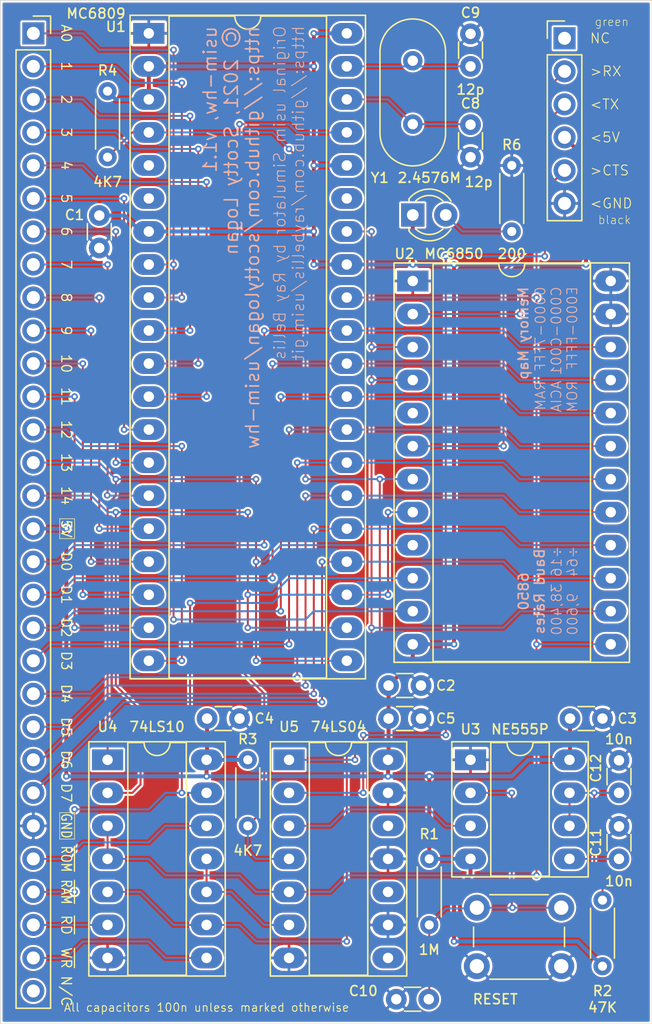
<source format=kicad_pcb>
(kicad_pcb (version 20171130) (host pcbnew "(5.1.10-1-10_14)")
  (title_block (title "USIM in hardware") (date 2021-08-04) (rev 1.1) (comment 1 usim-hw))
  (layers (0 F.Cu signal hide) (31 B.Cu signal hide) (34 B.Paste user) (35 F.Paste user) (36 B.SilkS user) (37 F.SilkS user) (38 B.Mask user) (39 F.Mask user) (44 Edge.Cuts user))
  (net 0 "")
  (net 1 VCC)
  (net 2 GND)
  (net 3 /RXI)
  (net 4 /TXO)
  (net 5 /~RESET)
  (net 6 /A12)
  (net 7 /A11)
  (net 8 /A10)
  (net 9 /A9)
  (net 10 /A8)
  (net 11 "Net-(U1-Pad35)")
  (net 12 /A7)
  (net 13 /E)
  (net 14 /A6)
  (net 15 /A5)
  (net 16 /R~W)
  (net 17 /A4)
  (net 18 /D0)
  (net 19 /A3)
  (net 20 /D1)
  (net 21 /A2)
  (net 22 /D2)
  (net 23 /A1)
  (net 24 /D3)
  (net 25 /A0)
  (net 26 /D4)
  (net 27 /D5)
  (net 28 /D6)
  (net 29 /D7)
  (net 30 /A15)
  (net 31 /A14)
  (net 32 /A13)
  (net 33 "Net-(U2-Pad5)")
  (net 34 /~WR)
  (net 35 /~RD)
  (net 36 /~ROM)
  (net 37 /~FIRQ)
  (net 38 "Net-(J2-Pad1)")
  (net 39 "Net-(D3-Pad2)")
  (net 40 /~CTS)
  (net 41 "Net-(U1-Pad6)")
  (net 42 "Net-(U1-Pad5)")
  (net 43 /RESET)
  (net 44 "Net-(C8-Pad2)")
  (net 45 "Net-(C9-Pad1)")
  (net 46 "Net-(C10-Pad2)")
  (net 47 "Net-(C11-Pad1)")
  (net 48 "Net-(C12-Pad1)")
  (net 49 /~R~W)
  (net 50 "Net-(J1-Pad30)")
  (net 51 "Net-(U5-Pad12)")
  (net 52 "Net-(U5-Pad10)")
  (net 53 "Net-(U5-Pad8)")
  (module Capacitor_THT:C_Disc_D3.0mm_W1.6mm_P2.50mm (layer F.Cu) (at 95.885 90.805 180)
    (fp_text reference C3 (at -1.905 0) (layer F.SilkS) (effects (font (size 0.762 0.762) (thickness 0.127))))
    (fp_text value 100n hide)
    (pad 2 thru_hole circle (at 2.5 0 180) (size 1.6 1.6) (drill 0.8) (layers *.Cu *.Mask) (net 1 VCC))
    (pad 1 thru_hole circle (at 0 0 180) (size 1.6 1.6) (drill 0.8) (layers *.Cu *.Mask) (net 2 GND))
  )
  (module Connector_PinSocket_2.54mm:PinSocket_1x30_P2.54mm_Vertical (layer F.Cu) (at 52.07 38.1)
    (fp_text reference J1 hide)
    (fp_text value Conn_01x30_Female hide)
    (pad 30 thru_hole oval (at 0 73.66) (size 1.7 1.7) (drill 1) (layers *.Cu *.Mask) (net 50 "Net-(J1-Pad30)"))
    (pad 29 thru_hole oval (at 0 71.12) (size 1.7 1.7) (drill 1) (layers *.Cu *.Mask) (net 34 /~WR))
    (pad 28 thru_hole oval (at 0 68.58) (size 1.7 1.7) (drill 1) (layers *.Cu *.Mask) (net 35 /~RD))
    (pad 27 thru_hole oval (at 0 66.04) (size 1.7 1.7) (drill 1) (layers *.Cu *.Mask) (net 30 /A15))
    (pad 26 thru_hole oval (at 0 63.5) (size 1.7 1.7) (drill 1) (layers *.Cu *.Mask) (net 36 /~ROM))
    (pad 25 thru_hole oval (at 0 60.96) (size 1.7 1.7) (drill 1) (layers *.Cu *.Mask) (net 2 GND))
    (pad 24 thru_hole oval (at 0 58.42) (size 1.7 1.7) (drill 1) (layers *.Cu *.Mask) (net 29 /D7))
    (pad 23 thru_hole oval (at 0 55.88) (size 1.7 1.7) (drill 1) (layers *.Cu *.Mask) (net 28 /D6))
    (pad 22 thru_hole oval (at 0 53.34) (size 1.7 1.7) (drill 1) (layers *.Cu *.Mask) (net 27 /D5))
    (pad 21 thru_hole oval (at 0 50.8) (size 1.7 1.7) (drill 1) (layers *.Cu *.Mask) (net 26 /D4))
    (pad 20 thru_hole oval (at 0 48.26) (size 1.7 1.7) (drill 1) (layers *.Cu *.Mask) (net 24 /D3))
    (pad 19 thru_hole oval (at 0 45.72) (size 1.7 1.7) (drill 1) (layers *.Cu *.Mask) (net 22 /D2))
    (pad 18 thru_hole oval (at 0 43.18) (size 1.7 1.7) (drill 1) (layers *.Cu *.Mask) (net 20 /D1))
    (pad 17 thru_hole oval (at 0 40.64) (size 1.7 1.7) (drill 1) (layers *.Cu *.Mask) (net 18 /D0))
    (pad 16 thru_hole oval (at 0 38.1) (size 1.7 1.7) (drill 1) (layers *.Cu *.Mask) (net 1 VCC))
    (pad 15 thru_hole oval (at 0 35.56) (size 1.7 1.7) (drill 1) (layers *.Cu *.Mask) (net 31 /A14))
    (pad 14 thru_hole oval (at 0 33.02) (size 1.7 1.7) (drill 1) (layers *.Cu *.Mask) (net 32 /A13))
    (pad 13 thru_hole oval (at 0 30.48) (size 1.7 1.7) (drill 1) (layers *.Cu *.Mask) (net 6 /A12))
    (pad 12 thru_hole oval (at 0 27.94) (size 1.7 1.7) (drill 1) (layers *.Cu *.Mask) (net 7 /A11))
    (pad 11 thru_hole oval (at 0 25.4) (size 1.7 1.7) (drill 1) (layers *.Cu *.Mask) (net 8 /A10))
    (pad 10 thru_hole oval (at 0 22.86) (size 1.7 1.7) (drill 1) (layers *.Cu *.Mask) (net 9 /A9))
    (pad 9 thru_hole oval (at 0 20.32) (size 1.7 1.7) (drill 1) (layers *.Cu *.Mask) (net 10 /A8))
    (pad 8 thru_hole oval (at 0 17.78) (size 1.7 1.7) (drill 1) (layers *.Cu *.Mask) (net 12 /A7))
    (pad 7 thru_hole oval (at 0 15.24) (size 1.7 1.7) (drill 1) (layers *.Cu *.Mask) (net 14 /A6))
    (pad 6 thru_hole oval (at 0 12.7) (size 1.7 1.7) (drill 1) (layers *.Cu *.Mask) (net 15 /A5))
    (pad 5 thru_hole oval (at 0 10.16) (size 1.7 1.7) (drill 1) (layers *.Cu *.Mask) (net 17 /A4))
    (pad 4 thru_hole oval (at 0 7.62) (size 1.7 1.7) (drill 1) (layers *.Cu *.Mask) (net 19 /A3))
    (pad 3 thru_hole oval (at 0 5.08) (size 1.7 1.7) (drill 1) (layers *.Cu *.Mask) (net 21 /A2))
    (pad 2 thru_hole oval (at 0 2.54) (size 1.7 1.7) (drill 1) (layers *.Cu *.Mask) (net 23 /A1))
    (pad 1 thru_hole rect (at 0 0) (size 1.7 1.7) (drill 1) (layers *.Cu *.Mask) (net 25 /A0))
  )
  (module Package_DIP:DIP-14_W7.62mm_Socket_LongPads (layer F.Cu) (at 57.785 93.98)
    (fp_text reference U4 (at 0 -2.54) (layer F.SilkS) (effects (font (size 0.762 0.762) (thickness 0.127))))
    (fp_text value 74LS10 (at 3.81 -2.54) (layer F.SilkS) (effects (font (size 0.762 0.762) (thickness 0.127))))
    (pad 14 thru_hole oval (at 7.62 0) (size 2.4 1.6) (drill 0.8) (layers *.Cu *.Mask) (net 1 VCC))
    (pad 7 thru_hole oval (at 0 15.24) (size 2.4 1.6) (drill 0.8) (layers *.Cu *.Mask) (net 2 GND))
    (pad 13 thru_hole oval (at 7.62 2.54) (size 2.4 1.6) (drill 0.8) (layers *.Cu *.Mask) (net 30 /A15))
    (pad 6 thru_hole oval (at 0 12.7) (size 2.4 1.6) (drill 0.8) (layers *.Cu *.Mask) (net 35 /~RD))
    (pad 12 thru_hole oval (at 7.62 5.08) (size 2.4 1.6) (drill 0.8) (layers *.Cu *.Mask) (net 36 /~ROM))
    (pad 5 thru_hole oval (at 0 10.16) (size 2.4 1.6) (drill 0.8) (layers *.Cu *.Mask) (net 13 /E))
    (pad 11 thru_hole oval (at 7.62 7.62) (size 2.4 1.6) (drill 0.8) (layers *.Cu *.Mask) (net 49 /~R~W))
    (pad 4 thru_hole oval (at 0 7.62) (size 2.4 1.6) (drill 0.8) (layers *.Cu *.Mask) (net 16 /R~W))
    (pad 10 thru_hole oval (at 7.62 10.16) (size 2.4 1.6) (drill 0.8) (layers *.Cu *.Mask) (net 49 /~R~W))
    (pad 3 thru_hole oval (at 0 5.08) (size 2.4 1.6) (drill 0.8) (layers *.Cu *.Mask) (net 16 /R~W))
    (pad 9 thru_hole oval (at 7.62 12.7) (size 2.4 1.6) (drill 0.8) (layers *.Cu *.Mask) (net 13 /E))
    (pad 2 thru_hole oval (at 0 2.54) (size 2.4 1.6) (drill 0.8) (layers *.Cu *.Mask) (net 31 /A14))
    (pad 8 thru_hole oval (at 7.62 15.24) (size 2.4 1.6) (drill 0.8) (layers *.Cu *.Mask) (net 34 /~WR))
    (pad 1 thru_hole rect (at 0 0) (size 2.4 1.6) (drill 0.8) (layers *.Cu *.Mask) (net 32 /A13))
  )
  (module Capacitor_THT:C_Disc_D3.0mm_W1.6mm_P2.50mm (layer F.Cu) (at 57.15 54.61 90)
    (fp_text reference C1 (at 2.54 -1.905 180) (layer F.SilkS) (effects (font (size 0.762 0.762) (thickness 0.127))))
    (fp_text value 100n hide)
    (pad 2 thru_hole circle (at 2.5 0 90) (size 1.6 1.6) (drill 0.8) (layers *.Cu *.Mask) (net 1 VCC))
    (pad 1 thru_hole circle (at 0 0 90) (size 1.6 1.6) (drill 0.8) (layers *.Cu *.Mask) (net 2 GND))
  )
  (module Package_DIP:DIP-14_W7.62mm_Socket_LongPads (layer F.Cu) (at 71.755 93.98)
    (fp_text reference U5 (at 0 -2.54) (layer F.SilkS) (effects (font (size 0.762 0.762) (thickness 0.127))))
    (fp_text value 74LS04 (at 3.81 -2.54) (layer F.SilkS) (effects (font (size 0.762 0.762) (thickness 0.127))))
    (pad 14 thru_hole oval (at 7.62 0) (size 2.4 1.6) (drill 0.8) (layers *.Cu *.Mask) (net 1 VCC))
    (pad 7 thru_hole oval (at 0 15.24) (size 2.4 1.6) (drill 0.8) (layers *.Cu *.Mask) (net 2 GND))
    (pad 13 thru_hole oval (at 7.62 2.54) (size 2.4 1.6) (drill 0.8) (layers *.Cu *.Mask) (net 2 GND))
    (pad 6 thru_hole oval (at 0 12.7) (size 2.4 1.6) (drill 0.8) (layers *.Cu *.Mask) (net 49 /~R~W))
    (pad 12 thru_hole oval (at 7.62 5.08) (size 2.4 1.6) (drill 0.8) (layers *.Cu *.Mask) (net 51 "Net-(U5-Pad12)"))
    (pad 5 thru_hole oval (at 0 10.16) (size 2.4 1.6) (drill 0.8) (layers *.Cu *.Mask) (net 16 /R~W))
    (pad 11 thru_hole oval (at 7.62 7.62) (size 2.4 1.6) (drill 0.8) (layers *.Cu *.Mask) (net 2 GND))
    (pad 4 thru_hole oval (at 0 7.62) (size 2.4 1.6) (drill 0.8) (layers *.Cu *.Mask) (net 5 /~RESET))
    (pad 10 thru_hole oval (at 7.62 10.16) (size 2.4 1.6) (drill 0.8) (layers *.Cu *.Mask) (net 52 "Net-(U5-Pad10)"))
    (pad 3 thru_hole oval (at 0 5.08) (size 2.4 1.6) (drill 0.8) (layers *.Cu *.Mask) (net 43 /RESET))
    (pad 9 thru_hole oval (at 7.62 12.7) (size 2.4 1.6) (drill 0.8) (layers *.Cu *.Mask) (net 2 GND))
    (pad 2 thru_hole oval (at 0 2.54) (size 2.4 1.6) (drill 0.8) (layers *.Cu *.Mask) (net 40 /~CTS))
    (pad 8 thru_hole oval (at 7.62 15.24) (size 2.4 1.6) (drill 0.8) (layers *.Cu *.Mask) (net 53 "Net-(U5-Pad8)"))
    (pad 1 thru_hole rect (at 0 0) (size 2.4 1.6) (drill 0.8) (layers *.Cu *.Mask) (net 37 /~FIRQ))
  )
  (module Resistor_THT:R_Axial_DIN0204_L3.6mm_D1.6mm_P5.08mm_Horizontal (layer F.Cu) (at 68.58 93.98 270)
    (fp_text reference R3 (at -1.5875 0 180) (layer F.SilkS) (effects (font (size 0.762 0.762) (thickness 0.127))))
    (fp_text value 4K7 (at 6.985 0 180) (layer F.SilkS) (effects (font (size 0.762 0.762) (thickness 0.127))))
    (pad 2 thru_hole oval (at 5.08 0 270) (size 1.4 1.4) (drill 0.7) (layers *.Cu *.Mask) (net 5 /~RESET))
    (pad 1 thru_hole circle (at 0 0 270) (size 1.4 1.4) (drill 0.7) (layers *.Cu *.Mask) (net 1 VCC))
  )
  (module Resistor_THT:R_Axial_DIN0204_L3.6mm_D1.6mm_P5.08mm_Horizontal (layer F.Cu) (at 88.9 53.34 90)
    (fp_text reference R6 (at 6.6675 0 180) (layer F.SilkS) (effects (font (size 0.762 0.762) (thickness 0.127))))
    (fp_text value 200 (at -1.7145 0 180) (layer F.SilkS) (effects (font (size 0.762 0.762) (thickness 0.127))))
    (pad 2 thru_hole oval (at 5.08 0 90) (size 1.4 1.4) (drill 0.7) (layers *.Cu *.Mask) (net 2 GND))
    (pad 1 thru_hole circle (at 0 0 90) (size 1.4 1.4) (drill 0.7) (layers *.Cu *.Mask) (net 39 "Net-(D3-Pad2)"))
  )
  (module LED_THT:LED_D3.0mm (layer F.Cu) (at 81.28 52.07)
    (fp_text reference D3 hide)
    (fp_text value PWR hide)
    (pad 2 thru_hole circle (at 2.54 0) (size 1.8 1.8) (drill 0.9) (layers *.Cu *.Mask) (net 39 "Net-(D3-Pad2)"))
    (pad 1 thru_hole rect (at 0 0) (size 1.8 1.8) (drill 0.9) (layers *.Cu *.Mask) (net 1 VCC))
  )
  (module Package_DIP:DIP-40_W15.24mm_Socket_LongPads (layer F.Cu) (at 60.96 38.1)
    (fp_text reference U1 (at -2.54 -0.508) (layer F.SilkS) (effects (font (size 0.762 0.762) (thickness 0.127))))
    (fp_text value MC6809 (at -4.064 -1.524) (layer F.SilkS) (effects (font (size 0.762 0.762) (thickness 0.127))))
    (pad 40 thru_hole oval (at 15.24 0) (size 2.4 1.6) (drill 0.8) (layers *.Cu *.Mask) (net 1 VCC))
    (pad 20 thru_hole oval (at 0 48.26) (size 2.4 1.6) (drill 0.8) (layers *.Cu *.Mask) (net 6 /A12))
    (pad 39 thru_hole oval (at 15.24 2.54) (size 2.4 1.6) (drill 0.8) (layers *.Cu *.Mask) (net 45 "Net-(C9-Pad1)"))
    (pad 19 thru_hole oval (at 0 45.72) (size 2.4 1.6) (drill 0.8) (layers *.Cu *.Mask) (net 7 /A11))
    (pad 38 thru_hole oval (at 15.24 5.08) (size 2.4 1.6) (drill 0.8) (layers *.Cu *.Mask) (net 44 "Net-(C8-Pad2)"))
    (pad 18 thru_hole oval (at 0 43.18) (size 2.4 1.6) (drill 0.8) (layers *.Cu *.Mask) (net 8 /A10))
    (pad 37 thru_hole oval (at 15.24 7.62) (size 2.4 1.6) (drill 0.8) (layers *.Cu *.Mask) (net 5 /~RESET))
    (pad 17 thru_hole oval (at 0 40.64) (size 2.4 1.6) (drill 0.8) (layers *.Cu *.Mask) (net 9 /A9))
    (pad 36 thru_hole oval (at 15.24 10.16) (size 2.4 1.6) (drill 0.8) (layers *.Cu *.Mask) (net 1 VCC))
    (pad 16 thru_hole oval (at 0 38.1) (size 2.4 1.6) (drill 0.8) (layers *.Cu *.Mask) (net 10 /A8))
    (pad 35 thru_hole oval (at 15.24 12.7) (size 2.4 1.6) (drill 0.8) (layers *.Cu *.Mask) (net 11 "Net-(U1-Pad35)"))
    (pad 15 thru_hole oval (at 0 35.56) (size 2.4 1.6) (drill 0.8) (layers *.Cu *.Mask) (net 12 /A7))
    (pad 34 thru_hole oval (at 15.24 15.24) (size 2.4 1.6) (drill 0.8) (layers *.Cu *.Mask) (net 13 /E))
    (pad 14 thru_hole oval (at 0 33.02) (size 2.4 1.6) (drill 0.8) (layers *.Cu *.Mask) (net 14 /A6))
    (pad 33 thru_hole oval (at 15.24 17.78) (size 2.4 1.6) (drill 0.8) (layers *.Cu *.Mask) (net 1 VCC))
    (pad 13 thru_hole oval (at 0 30.48) (size 2.4 1.6) (drill 0.8) (layers *.Cu *.Mask) (net 15 /A5))
    (pad 32 thru_hole oval (at 15.24 20.32) (size 2.4 1.6) (drill 0.8) (layers *.Cu *.Mask) (net 16 /R~W))
    (pad 12 thru_hole oval (at 0 27.94) (size 2.4 1.6) (drill 0.8) (layers *.Cu *.Mask) (net 17 /A4))
    (pad 31 thru_hole oval (at 15.24 22.86) (size 2.4 1.6) (drill 0.8) (layers *.Cu *.Mask) (net 18 /D0))
    (pad 11 thru_hole oval (at 0 25.4) (size 2.4 1.6) (drill 0.8) (layers *.Cu *.Mask) (net 19 /A3))
    (pad 30 thru_hole oval (at 15.24 25.4) (size 2.4 1.6) (drill 0.8) (layers *.Cu *.Mask) (net 20 /D1))
    (pad 10 thru_hole oval (at 0 22.86) (size 2.4 1.6) (drill 0.8) (layers *.Cu *.Mask) (net 21 /A2))
    (pad 29 thru_hole oval (at 15.24 27.94) (size 2.4 1.6) (drill 0.8) (layers *.Cu *.Mask) (net 22 /D2))
    (pad 9 thru_hole oval (at 0 20.32) (size 2.4 1.6) (drill 0.8) (layers *.Cu *.Mask) (net 23 /A1))
    (pad 28 thru_hole oval (at 15.24 30.48) (size 2.4 1.6) (drill 0.8) (layers *.Cu *.Mask) (net 24 /D3))
    (pad 8 thru_hole oval (at 0 17.78) (size 2.4 1.6) (drill 0.8) (layers *.Cu *.Mask) (net 25 /A0))
    (pad 27 thru_hole oval (at 15.24 33.02) (size 2.4 1.6) (drill 0.8) (layers *.Cu *.Mask) (net 26 /D4))
    (pad 7 thru_hole oval (at 0 15.24) (size 2.4 1.6) (drill 0.8) (layers *.Cu *.Mask) (net 1 VCC))
    (pad 26 thru_hole oval (at 15.24 35.56) (size 2.4 1.6) (drill 0.8) (layers *.Cu *.Mask) (net 27 /D5))
    (pad 6 thru_hole oval (at 0 12.7) (size 2.4 1.6) (drill 0.8) (layers *.Cu *.Mask) (net 41 "Net-(U1-Pad6)"))
    (pad 25 thru_hole oval (at 15.24 38.1) (size 2.4 1.6) (drill 0.8) (layers *.Cu *.Mask) (net 28 /D6))
    (pad 5 thru_hole oval (at 0 10.16) (size 2.4 1.6) (drill 0.8) (layers *.Cu *.Mask) (net 42 "Net-(U1-Pad5)"))
    (pad 24 thru_hole oval (at 15.24 40.64) (size 2.4 1.6) (drill 0.8) (layers *.Cu *.Mask) (net 29 /D7))
    (pad 4 thru_hole oval (at 0 7.62) (size 2.4 1.6) (drill 0.8) (layers *.Cu *.Mask) (net 37 /~FIRQ))
    (pad 23 thru_hole oval (at 15.24 43.18) (size 2.4 1.6) (drill 0.8) (layers *.Cu *.Mask) (net 30 /A15))
    (pad 3 thru_hole oval (at 0 5.08) (size 2.4 1.6) (drill 0.8) (layers *.Cu *.Mask) (net 1 VCC))
    (pad 22 thru_hole oval (at 15.24 45.72) (size 2.4 1.6) (drill 0.8) (layers *.Cu *.Mask) (net 31 /A14))
    (pad 2 thru_hole oval (at 0 2.54) (size 2.4 1.6) (drill 0.8) (layers *.Cu *.Mask) (net 1 VCC))
    (pad 21 thru_hole oval (at 15.24 48.26) (size 2.4 1.6) (drill 0.8) (layers *.Cu *.Mask) (net 32 /A13))
    (pad 1 thru_hole rect (at 0 0) (size 2.4 1.6) (drill 0.8) (layers *.Cu *.Mask) (net 2 GND))
  )
  (module Crystal:Crystal_HC49-U_Vertical (layer F.Cu) (at 81.28 45.085 90)
    (fp_text reference Y1 (at -4.1275 -2.54 180) (layer F.SilkS) (effects (font (size 0.762 0.762) (thickness 0.127))))
    (fp_text value 2.4576M (at -4.1275 1.27 180) (layer F.SilkS) (effects (font (size 0.762 0.762) (thickness 0.127))))
    (pad 2 thru_hole circle (at 4.88 0 90) (size 1.5 1.5) (drill 0.8) (layers *.Cu *.Mask) (net 45 "Net-(C9-Pad1)"))
    (pad 1 thru_hole circle (at 0 0 90) (size 1.5 1.5) (drill 0.8) (layers *.Cu *.Mask) (net 44 "Net-(C8-Pad2)"))
  )
  (module Package_DIP:DIP-8_W7.62mm_Socket_LongPads (layer F.Cu) (at 85.725 93.98)
    (fp_text reference U3 (at 0 -2.3495) (layer F.SilkS) (effects (font (size 0.762 0.762) (thickness 0.127))))
    (fp_text value NE555P (at 3.81 -2.3495) (layer F.SilkS) (effects (font (size 0.762 0.762) (thickness 0.127))))
    (pad 8 thru_hole oval (at 7.62 0) (size 2.4 1.6) (drill 0.8) (layers *.Cu *.Mask) (net 1 VCC))
    (pad 4 thru_hole oval (at 0 7.62) (size 2.4 1.6) (drill 0.8) (layers *.Cu *.Mask) (net 1 VCC))
    (pad 7 thru_hole oval (at 7.62 2.54) (size 2.4 1.6) (drill 0.8) (layers *.Cu *.Mask) (net 48 "Net-(C12-Pad1)"))
    (pad 3 thru_hole oval (at 0 5.08) (size 2.4 1.6) (drill 0.8) (layers *.Cu *.Mask) (net 43 /RESET))
    (pad 6 thru_hole oval (at 7.62 5.08) (size 2.4 1.6) (drill 0.8) (layers *.Cu *.Mask) (net 48 "Net-(C12-Pad1)"))
    (pad 2 thru_hole oval (at 0 2.54) (size 2.4 1.6) (drill 0.8) (layers *.Cu *.Mask) (net 46 "Net-(C10-Pad2)"))
    (pad 5 thru_hole oval (at 7.62 7.62) (size 2.4 1.6) (drill 0.8) (layers *.Cu *.Mask) (net 47 "Net-(C11-Pad1)"))
    (pad 1 thru_hole rect (at 0 0) (size 2.4 1.6) (drill 0.8) (layers *.Cu *.Mask) (net 2 GND))
  )
  (module Package_DIP:DIP-24_W15.24mm_Socket_LongPads (layer F.Cu) (at 81.28 57.15)
    (fp_text reference U2 (at -0.635 -2.0955) (layer F.SilkS) (effects (font (size 0.762 0.762) (thickness 0.127))))
    (fp_text value MC6850 (at 3.175 -2.0955) (layer F.SilkS) (effects (font (size 0.762 0.762) (thickness 0.127))))
    (pad 24 thru_hole oval (at 15.24 0) (size 2.4 1.6) (drill 0.8) (layers *.Cu *.Mask) (net 2 GND))
    (pad 12 thru_hole oval (at 0 27.94) (size 2.4 1.6) (drill 0.8) (layers *.Cu *.Mask) (net 1 VCC))
    (pad 23 thru_hole oval (at 15.24 2.54) (size 2.4 1.6) (drill 0.8) (layers *.Cu *.Mask) (net 2 GND))
    (pad 11 thru_hole oval (at 0 25.4) (size 2.4 1.6) (drill 0.8) (layers *.Cu *.Mask) (net 25 /A0))
    (pad 22 thru_hole oval (at 15.24 5.08) (size 2.4 1.6) (drill 0.8) (layers *.Cu *.Mask) (net 18 /D0))
    (pad 10 thru_hole oval (at 0 22.86) (size 2.4 1.6) (drill 0.8) (layers *.Cu *.Mask) (net 31 /A14))
    (pad 21 thru_hole oval (at 15.24 7.62) (size 2.4 1.6) (drill 0.8) (layers *.Cu *.Mask) (net 20 /D1))
    (pad 9 thru_hole oval (at 0 20.32) (size 2.4 1.6) (drill 0.8) (layers *.Cu *.Mask) (net 32 /A13))
    (pad 20 thru_hole oval (at 15.24 10.16) (size 2.4 1.6) (drill 0.8) (layers *.Cu *.Mask) (net 22 /D2))
    (pad 8 thru_hole oval (at 0 17.78) (size 2.4 1.6) (drill 0.8) (layers *.Cu *.Mask) (net 30 /A15))
    (pad 19 thru_hole oval (at 15.24 12.7) (size 2.4 1.6) (drill 0.8) (layers *.Cu *.Mask) (net 24 /D3))
    (pad 7 thru_hole oval (at 0 15.24) (size 2.4 1.6) (drill 0.8) (layers *.Cu *.Mask) (net 37 /~FIRQ))
    (pad 18 thru_hole oval (at 15.24 15.24) (size 2.4 1.6) (drill 0.8) (layers *.Cu *.Mask) (net 26 /D4))
    (pad 6 thru_hole oval (at 0 12.7) (size 2.4 1.6) (drill 0.8) (layers *.Cu *.Mask) (net 4 /TXO))
    (pad 17 thru_hole oval (at 15.24 17.78) (size 2.4 1.6) (drill 0.8) (layers *.Cu *.Mask) (net 27 /D5))
    (pad 5 thru_hole oval (at 0 10.16) (size 2.4 1.6) (drill 0.8) (layers *.Cu *.Mask) (net 33 "Net-(U2-Pad5)"))
    (pad 16 thru_hole oval (at 15.24 20.32) (size 2.4 1.6) (drill 0.8) (layers *.Cu *.Mask) (net 28 /D6))
    (pad 4 thru_hole oval (at 0 7.62) (size 2.4 1.6) (drill 0.8) (layers *.Cu *.Mask) (net 13 /E))
    (pad 15 thru_hole oval (at 15.24 22.86) (size 2.4 1.6) (drill 0.8) (layers *.Cu *.Mask) (net 29 /D7))
    (pad 3 thru_hole oval (at 0 5.08) (size 2.4 1.6) (drill 0.8) (layers *.Cu *.Mask) (net 13 /E))
    (pad 14 thru_hole oval (at 15.24 25.4) (size 2.4 1.6) (drill 0.8) (layers *.Cu *.Mask) (net 13 /E))
    (pad 2 thru_hole oval (at 0 2.54) (size 2.4 1.6) (drill 0.8) (layers *.Cu *.Mask) (net 3 /RXI))
    (pad 13 thru_hole oval (at 15.24 27.94) (size 2.4 1.6) (drill 0.8) (layers *.Cu *.Mask) (net 16 /R~W))
    (pad 1 thru_hole rect (at 0 0) (size 2.4 1.6) (drill 0.8) (layers *.Cu *.Mask) (net 2 GND))
  )
  (module Button_Switch_THT:SW_PUSH_6mm (layer F.Cu) (at 92.71 109.855 180)
    (fp_text reference SW1 hide)
    (fp_text value SW_SPST hide)
    (pad 1 thru_hole circle (at 6.5 0 270) (size 2 2) (drill 1.1) (layers *.Cu *.Mask) (net 2 GND))
    (pad 2 thru_hole circle (at 6.5 4.5 270) (size 2 2) (drill 1.1) (layers *.Cu *.Mask) (net 46 "Net-(C10-Pad2)"))
    (pad 1 thru_hole circle (at 0 0 270) (size 2 2) (drill 1.1) (layers *.Cu *.Mask) (net 2 GND))
    (pad 2 thru_hole circle (at 0 4.5 270) (size 2 2) (drill 1.1) (layers *.Cu *.Mask) (net 46 "Net-(C10-Pad2)"))
  )
  (module Resistor_THT:R_Axial_DIN0204_L3.6mm_D1.6mm_P5.08mm_Horizontal (layer F.Cu) (at 57.785 42.545 270)
    (fp_text reference R4 (at -1.5875 0 180) (layer F.SilkS) (effects (font (size 0.762 0.762) (thickness 0.127))))
    (fp_text value 4K7 (at 6.985 0 180) (layer F.SilkS) (effects (font (size 0.762 0.762) (thickness 0.127))))
    (pad 2 thru_hole oval (at 5.08 0 270) (size 1.4 1.4) (drill 0.7) (layers *.Cu *.Mask) (net 37 /~FIRQ))
    (pad 1 thru_hole circle (at 0 0 270) (size 1.4 1.4) (drill 0.7) (layers *.Cu *.Mask) (net 1 VCC))
  )
  (module Resistor_THT:R_Axial_DIN0204_L3.6mm_D1.6mm_P5.08mm_Horizontal (layer F.Cu) (at 95.885 109.855 90)
    (fp_text reference R2 (at -1.905 0 180) (layer F.SilkS) (effects (font (size 0.762 0.762) (thickness 0.127))))
    (fp_text value 47K (at -3.175 0) (layer F.SilkS) (effects (font (size 0.762 0.762) (thickness 0.127))))
    (pad 2 thru_hole oval (at 5.08 0 90) (size 1.4 1.4) (drill 0.7) (layers *.Cu *.Mask) (net 48 "Net-(C12-Pad1)"))
    (pad 1 thru_hole circle (at 0 0 90) (size 1.4 1.4) (drill 0.7) (layers *.Cu *.Mask) (net 1 VCC))
  )
  (module Resistor_THT:R_Axial_DIN0204_L3.6mm_D1.6mm_P5.08mm_Horizontal (layer F.Cu) (at 82.55 106.68 90)
    (fp_text reference R1 (at 6.985 0 180) (layer F.SilkS) (effects (font (size 0.762 0.762) (thickness 0.127))))
    (fp_text value 1M (at -1.905 0 180) (layer F.SilkS) (effects (font (size 0.762 0.762) (thickness 0.127))))
    (pad 2 thru_hole oval (at 5.08 0 90) (size 1.4 1.4) (drill 0.7) (layers *.Cu *.Mask) (net 1 VCC))
    (pad 1 thru_hole circle (at 0 0 90) (size 1.4 1.4) (drill 0.7) (layers *.Cu *.Mask) (net 46 "Net-(C10-Pad2)"))
  )
  (module Connector_PinHeader_2.54mm:PinHeader_1x06_P2.54mm_Vertical (layer F.Cu) (at 92.964 38.481)
    (fp_text reference J2 hide)
    (fp_text value Conn_01x06 hide)
    (pad 6 thru_hole oval (at 0 12.7) (size 1.7 1.7) (drill 1) (layers *.Cu *.Mask) (net 2 GND))
    (pad 5 thru_hole oval (at 0 10.16) (size 1.7 1.7) (drill 1) (layers *.Cu *.Mask) (net 40 /~CTS))
    (pad 4 thru_hole oval (at 0 7.62) (size 1.7 1.7) (drill 1) (layers *.Cu *.Mask) (net 1 VCC))
    (pad 3 thru_hole oval (at 0 5.08) (size 1.7 1.7) (drill 1) (layers *.Cu *.Mask) (net 3 /RXI))
    (pad 2 thru_hole oval (at 0 2.54) (size 1.7 1.7) (drill 1) (layers *.Cu *.Mask) (net 4 /TXO))
    (pad 1 thru_hole rect (at 0 0) (size 1.7 1.7) (drill 1) (layers *.Cu *.Mask) (net 38 "Net-(J2-Pad1)"))
  )
  (module Capacitor_THT:C_Disc_D3.0mm_W1.6mm_P2.50mm (layer F.Cu) (at 85.725 40.64 90)
    (fp_text reference C9 (at 4.1275 0 180) (layer F.SilkS) (effects (font (size 0.762 0.762) (thickness 0.127))))
    (fp_text value 12p (at -1.778 0 180) (layer F.SilkS) (effects (font (size 0.762 0.762) (thickness 0.127))))
    (pad 2 thru_hole circle (at 2.5 0 90) (size 1.6 1.6) (drill 0.8) (layers *.Cu *.Mask) (net 2 GND))
    (pad 1 thru_hole circle (at 0 0 90) (size 1.6 1.6) (drill 0.8) (layers *.Cu *.Mask) (net 45 "Net-(C9-Pad1)"))
  )
  (module Capacitor_THT:C_Disc_D3.0mm_W1.6mm_P2.50mm (layer F.Cu) (at 85.725 47.625 90)
    (fp_text reference C8 (at 4.1275 0 180) (layer F.SilkS) (effects (font (size 0.762 0.762) (thickness 0.127))))
    (fp_text value 12p (at -1.905 0.635 180) (layer F.SilkS) (effects (font (size 0.762 0.762) (thickness 0.127))))
    (pad 2 thru_hole circle (at 2.5 0 90) (size 1.6 1.6) (drill 0.8) (layers *.Cu *.Mask) (net 44 "Net-(C8-Pad2)"))
    (pad 1 thru_hole circle (at 0 0 90) (size 1.6 1.6) (drill 0.8) (layers *.Cu *.Mask) (net 2 GND))
  )
  (module Capacitor_THT:C_Disc_D3.0mm_W1.6mm_P2.50mm (layer F.Cu) (at 97.155 96.52 90)
    (fp_text reference C12 (at 1.905 -1.778 90) (layer F.SilkS) (effects (font (size 0.762 0.762) (thickness 0.127))))
    (fp_text value 10n (at 4.1275 0 180) (layer F.SilkS) (effects (font (size 0.762 0.762) (thickness 0.127))))
    (pad 2 thru_hole circle (at 2.5 0 90) (size 1.6 1.6) (drill 0.8) (layers *.Cu *.Mask) (net 2 GND))
    (pad 1 thru_hole circle (at 0 0 90) (size 1.6 1.6) (drill 0.8) (layers *.Cu *.Mask) (net 48 "Net-(C12-Pad1)"))
  )
  (module Capacitor_THT:C_Disc_D3.0mm_W1.6mm_P2.50mm (layer F.Cu) (at 97.155 101.6 90)
    (fp_text reference C11 (at 1.27 -1.778 90) (layer F.SilkS) (effects (font (size 0.762 0.762) (thickness 0.127))))
    (fp_text value 10n (at -1.7145 0 180) (layer F.SilkS) (effects (font (size 0.762 0.762) (thickness 0.127))))
    (pad 2 thru_hole circle (at 2.5 0 90) (size 1.6 1.6) (drill 0.8) (layers *.Cu *.Mask) (net 2 GND))
    (pad 1 thru_hole circle (at 0 0 90) (size 1.6 1.6) (drill 0.8) (layers *.Cu *.Mask) (net 47 "Net-(C11-Pad1)"))
  )
  (module Capacitor_THT:C_Disc_D3.0mm_W1.6mm_P2.50mm (layer F.Cu) (at 80.01 112.395)
    (fp_text reference C10 (at -2.54 -0.635 180) (layer F.SilkS) (effects (font (size 0.762 0.762) (thickness 0.127))))
    (fp_text value 100n hide)
    (pad 2 thru_hole circle (at 2.5 0) (size 1.6 1.6) (drill 0.8) (layers *.Cu *.Mask) (net 46 "Net-(C10-Pad2)"))
    (pad 1 thru_hole circle (at 0 0) (size 1.6 1.6) (drill 0.8) (layers *.Cu *.Mask) (net 2 GND))
  )
  (module Capacitor_THT:C_Disc_D3.0mm_W1.6mm_P2.50mm (layer F.Cu) (at 81.915 90.805 180)
    (fp_text reference C5 (at -1.905 0) (layer F.SilkS) (effects (font (size 0.762 0.762) (thickness 0.127))))
    (fp_text value 100n hide)
    (pad 2 thru_hole circle (at 2.5 0 180) (size 1.6 1.6) (drill 0.8) (layers *.Cu *.Mask) (net 1 VCC))
    (pad 1 thru_hole circle (at 0 0 180) (size 1.6 1.6) (drill 0.8) (layers *.Cu *.Mask) (net 2 GND))
  )
  (module Capacitor_THT:C_Disc_D3.0mm_W1.6mm_P2.50mm (layer F.Cu) (at 67.945 90.805 180)
    (fp_text reference C4 (at -1.905 0) (layer F.SilkS) (effects (font (size 0.762 0.762) (thickness 0.127))))
    (fp_text value 100n hide)
    (pad 2 thru_hole circle (at 2.5 0 180) (size 1.6 1.6) (drill 0.8) (layers *.Cu *.Mask) (net 1 VCC))
    (pad 1 thru_hole circle (at 0 0 180) (size 1.6 1.6) (drill 0.8) (layers *.Cu *.Mask) (net 2 GND))
  )
  (module Capacitor_THT:C_Disc_D3.0mm_W1.6mm_P2.50mm (layer F.Cu) (at 81.915 88.265 180)
    (fp_text reference C2 (at -1.905 0) (layer F.SilkS) (effects (font (size 0.762 0.762) (thickness 0.127))))
    (fp_text value 100n hide)
    (pad 2 thru_hole circle (at 2.5 0 180) (size 1.6 1.6) (drill 0.8) (layers *.Cu *.Mask) (net 1 VCC))
    (pad 1 thru_hole circle (at 0 0 180) (size 1.6 1.6) (drill 0.8) (layers *.Cu *.Mask) (net 2 GND))
  )
  (gr_text "38,400\n9,600" (at 92.964 84.455 90) (layer B.SilkS) (effects (font (size 0.762 0.762) (thickness 0.0762)) (justify right mirror)))
  (gr_text "÷16\n÷64" (at 92.964 77.47 90) (layer B.SilkS) (effects (font (size 0.762 0.762) (thickness 0.0762)) (justify left mirror)))
  (gr_text "RAM\nACIA\nROM" (at 92.329 64.77 90) (layer B.SilkS) (effects (font (size 0.762 0.762) (thickness 0.0762)) (justify left mirror)))
  (gr_text "0000-7FFF\nC000-C001\nE000-FFFF" (at 92.329 57.531 90) (layer B.SilkS) (effects (font (size 0.762 0.762) (thickness 0.0762)) (justify left mirror)))
  (gr_line (start 55.245 98.044) (end 55.245 100.076) (layer F.SilkS) (width 0.0508))
  (gr_line (start 54.102 98.044) (end 55.245 98.044) (layer F.SilkS) (width 0.0508))
  (gr_line (start 55.245 100.076) (end 54.102 100.076) (layer F.SilkS) (width 0.0508))
  (gr_line (start 54.102 100.076) (end 54.102 98.044) (layer F.SilkS) (width 0.0508))
  (gr_text GND (at 54.61 99.06 -90) (layer F.SilkS) (effects (font (size 0.762 0.635) (thickness 0.1016))))
  (gr_line (start 54.102 76.962) (end 54.102 75.438) (layer F.SilkS) (width 0.0508))
  (gr_line (start 55.245 76.962) (end 54.102 76.962) (layer F.SilkS) (width 0.0508))
  (gr_line (start 55.245 75.438) (end 55.245 76.962) (layer F.SilkS) (width 0.0508))
  (gr_line (start 54.102 75.438) (end 55.245 75.438) (layer F.SilkS) (width 0.0508))
  (gr_text N/C (at 54.61 111.76 -90) (layer F.SilkS) (effects (font (size 0.762 0.762) (thickness 0.1016))))
  (gr_text 5V (at 54.61 76.2 -90) (layer F.SilkS) (effects (font (size 0.762 0.762) (thickness 0.1016))))
  (gr_text ~WR (at 54.61 109.22 -90) (layer F.SilkS) (effects (font (size 0.762 0.762) (thickness 0.1016))))
  (gr_text ~RD (at 54.61 106.68 -90) (layer F.SilkS) (effects (font (size 0.762 0.762) (thickness 0.1016))))
  (gr_text ~RAM (at 54.61 104.14 -90) (layer F.SilkS) (effects (font (size 0.762 0.635) (thickness 0.1016))))
  (gr_text ~ROM (at 54.61 101.6 -90) (layer F.SilkS) (effects (font (size 0.762 0.635) (thickness 0.1016))))
  (gr_text 9 (at 54.61 60.96 -90) (layer F.SilkS) (effects (font (size 0.762 0.762) (thickness 0.1016))))
  (gr_text 12 (at 54.61 68.58 -90) (layer F.SilkS) (effects (font (size 0.762 0.762) (thickness 0.1016))))
  (gr_text 13 (at 54.61 71.12 -90) (layer F.SilkS) (effects (font (size 0.762 0.762) (thickness 0.1016))))
  (gr_text 8 (at 54.61 58.42 -90) (layer F.SilkS) (effects (font (size 0.762 0.762) (thickness 0.1016))))
  (gr_text 11 (at 54.61 66.04 -90) (layer F.SilkS) (effects (font (size 0.762 0.762) (thickness 0.1016))))
  (gr_text 14 (at 54.61 73.66 -90) (layer F.SilkS) (effects (font (size 0.762 0.762) (thickness 0.1016))))
  (gr_text 10 (at 54.61 63.5 -90) (layer F.SilkS) (effects (font (size 0.762 0.762) (thickness 0.1016))))
  (gr_text D5 (at 54.61 91.44 -90) (layer F.SilkS) (effects (font (size 0.762 0.762) (thickness 0.1016))))
  (gr_text D6 (at 54.61 93.98 -90) (layer F.SilkS) (effects (font (size 0.762 0.762) (thickness 0.1016))))
  (gr_text D7 (at 54.61 96.52 -90) (layer F.SilkS) (effects (font (size 0.762 0.762) (thickness 0.1016))))
  (gr_text D4 (at 54.61 88.9 -90) (layer F.SilkS) (effects (font (size 0.762 0.762) (thickness 0.1016))))
  (gr_text D2 (at 54.61 83.82 -90) (layer F.SilkS) (effects (font (size 0.762 0.762) (thickness 0.1016))))
  (gr_text D1 (at 54.61 81.28 -90) (layer F.SilkS) (effects (font (size 0.762 0.762) (thickness 0.1016))))
  (gr_text D0 (at 54.61 78.74 -90) (layer F.SilkS) (effects (font (size 0.762 0.762) (thickness 0.1016))))
  (gr_text D3 (at 54.61 86.36 -90) (layer F.SilkS) (effects (font (size 0.762 0.762) (thickness 0.1016))))
  (gr_text 6 (at 54.61 53.34 -90) (layer F.SilkS) (effects (font (size 0.762 0.762) (thickness 0.1016))))
  (gr_text 5 (at 54.61 50.8 -90) (layer F.SilkS) (effects (font (size 0.762 0.762) (thickness 0.1016))))
  (gr_text 4 (at 54.61 48.26 -90) (layer F.SilkS) (effects (font (size 0.762 0.762) (thickness 0.1016))))
  (gr_text 7 (at 54.61 55.88 -90) (layer F.SilkS) (effects (font (size 0.762 0.762) (thickness 0.1016))))
  (gr_text 3 (at 54.61 45.72 -90) (layer F.SilkS) (effects (font (size 0.762 0.762) (thickness 0.1016))))
  (gr_text 2 (at 54.61 43.18 -90) (layer F.SilkS) (effects (font (size 0.762 0.762) (thickness 0.1016))))
  (gr_text 1 (at 54.61 40.64 -90) (layer F.SilkS) (effects (font (size 0.762 0.762) (thickness 0.1016))))
  (gr_text A0 (at 54.61 38.1 -90) (layer F.SilkS) (effects (font (size 0.762 0.762) (thickness 0.1016))))
  (gr_line (start 49.53 114.3) (end 49.53 35.56) (layer Edge.Cuts) (width 0.05))
  (gr_line (start 99.695 114.3) (end 49.53 114.3) (layer Edge.Cuts) (width 0.05))
  (gr_line (start 99.695 35.56) (end 99.695 114.3) (layer Edge.Cuts) (width 0.05))
  (gr_line (start 49.53 35.56) (end 99.695 35.56) (layer Edge.Cuts) (width 0.05))
  (gr_text "usim-hw, v1.1\n© 2021, Scotty Logan\nhttps://github.com/scottylogan/usim-hw" (at 67.31 37.465 90) (layer B.SilkS) (effects (font (size 1.016 1.016) (thickness 0.127)) (justify left mirror)))
  (gr_text "6850\nBaud Rates\n" (at 90.424 81.026 90) (layer B.SilkS) (effects (font (size 0.762 0.762) (thickness 0.127)) (justify mirror)))
  (gr_text "Memory Map" (at 89.789 57.531 90) (layer B.SilkS) (effects (font (size 0.762 0.762) (thickness 0.127)) (justify left mirror)))
  (gr_text "Original usim Simulator by Ray Bellis\nhttps://github.com/raybellis/usim.git" (at 71.755 37.465 90) (layer B.SilkS) (effects (font (size 0.889 0.889) (thickness 0.0762)) (justify left mirror)))
  (gr_text green (at 95.25 37.211) (layer F.SilkS) (effects (font (size 0.635 0.635) (thickness 0.0508)) (justify left)))
  (gr_text black (at 95.504 52.451) (layer F.SilkS) (effects (font (size 0.635 0.635) (thickness 0.0508)) (justify left)))
  (gr_text "All capacitors 100n unless marked otherwise" (at 65.405 113.03) (layer F.SilkS) (effects (font (size 0.635 0.635) (thickness 0.0762))))
  (gr_text RESET (at 87.63 112.395) (layer F.SilkS) (effects (font (size 0.762 0.762) (thickness 0.127))))
  (gr_text NC (at 94.869 38.481) (layer F.SilkS) (effects (font (size 0.762 0.762) (thickness 0.0762)) (justify left)))
  (gr_text <GND (at 94.869 51.181) (layer F.SilkS) (effects (font (size 0.762 0.762) (thickness 0.0762)) (justify left)))
  (gr_text >CTS (at 94.869 48.641) (layer F.SilkS) (effects (font (size 0.762 0.762) (thickness 0.0762)) (justify left)))
  (gr_text <5V (at 94.869 46.101) (layer F.SilkS) (effects (font (size 0.762 0.762) (thickness 0.0762)) (justify left)))
  (gr_text <TX (at 94.869 43.561) (layer F.SilkS) (effects (font (size 0.762 0.762) (thickness 0.0762)) (justify left)))
  (gr_text >RX (at 94.869 41.021) (layer F.SilkS) (effects (font (size 0.762 0.762) (thickness 0.0762)) (justify left)))
  (via (at 54.61 76.2) (size 0.508) (drill 0.254) (layers F.Cu B.Cu) (net 1))
  (segment (start 52.07 76.2) (end 54.61 76.2) (width 0.3048) (layer B.Cu) (net 1))
  (segment (start 81.32 85.13) (end 81.28 85.09) (width 0.3048) (layer F.Cu) (net 1))
  (via (at 84.455 85.09) (size 0.508) (drill 0.254) (layers F.Cu B.Cu) (net 1))
  (segment (start 84.455 67.31) (end 84.455 85.09) (width 0.3048) (layer F.Cu) (net 1))
  (segment (start 84.455 85.09) (end 81.28 85.09) (width 0.3048) (layer B.Cu) (net 1))
  (via (at 84.455 55.88) (size 0.508) (drill 0.254) (layers F.Cu B.Cu) (net 1))
  (segment (start 84.455 67.31) (end 84.455 55.88) (width 0.3048) (layer F.Cu) (net 1))
  (via (at 73.66 55.88) (size 0.508) (drill 0.254) (layers F.Cu B.Cu) (net 1))
  (segment (start 76.2 55.88) (end 73.66 55.88) (width 0.3048) (layer B.Cu) (net 1))
  (via (at 73.66 38.1) (size 0.508) (drill 0.254) (layers F.Cu B.Cu) (net 1))
  (segment (start 76.2 38.1) (end 73.66 38.1) (width 0.3048) (layer B.Cu) (net 1))
  (via (at 73.66 48.26) (size 0.508) (drill 0.254) (layers F.Cu B.Cu) (net 1))
  (segment (start 76.2 48.26) (end 73.66 48.26) (width 0.3048) (layer B.Cu) (net 1))
  (via (at 73.66 40.64) (size 0.508) (drill 0.254) (layers F.Cu B.Cu) (net 1))
  (segment (start 73.66 40.64) (end 73.66 38.1) (width 0.3048) (layer F.Cu) (net 1))
  (segment (start 60.96 40.64) (end 73.66 40.64) (width 0.3048) (layer B.Cu) (net 1))
  (segment (start 73.66 48.26) (end 73.66 40.64) (width 0.3048) (layer F.Cu) (net 1))
  (segment (start 60.96 43.18) (end 60.96 40.64) (width 0.3048) (layer F.Cu) (net 1))
  (via (at 73.66 53.34) (size 0.508) (drill 0.254) (layers F.Cu B.Cu) (net 1))
  (segment (start 60.96 53.34) (end 73.66 53.34) (width 0.3048) (layer B.Cu) (net 1))
  (segment (start 73.66 53.34) (end 73.66 48.26) (width 0.3048) (layer F.Cu) (net 1))
  (segment (start 73.66 55.88) (end 73.66 53.34) (width 0.3048) (layer F.Cu) (net 1))
  (segment (start 60.96 53.34) (end 60.325 53.34) (width 0.3048) (layer B.Cu) (net 1))
  (segment (start 59.095 52.11) (end 57.15 52.11) (width 0.3048) (layer B.Cu) (net 1))
  (segment (start 60.325 53.34) (end 59.095 52.11) (width 0.3048) (layer B.Cu) (net 1))
  (segment (start 58.42 43.18) (end 57.785 42.545) (width 0.3048) (layer B.Cu) (net 1))
  (segment (start 60.96 43.18) (end 58.42 43.18) (width 0.3048) (layer B.Cu) (net 1))
  (segment (start 54.61 76.2) (end 54.61 92.71) (width 0.3048) (layer F.Cu) (net 1))
  (via (at 54.61 95.25) (size 0.508) (drill 0.254) (layers F.Cu B.Cu) (net 1))
  (segment (start 54.61 92.71) (end 54.61 95.25) (width 0.3048) (layer F.Cu) (net 1))
  (segment (start 78.74 90.845) (end 78.78 90.805) (width 0.3048) (layer F.Cu) (net 1))
  (segment (start 65.445 93.94) (end 65.405 93.98) (width 0.3048) (layer F.Cu) (net 1))
  (segment (start 65.445 90.805) (end 65.445 93.94) (width 0.3048) (layer F.Cu) (net 1))
  (via (at 65.405 95.25) (size 0.508) (drill 0.254) (layers F.Cu B.Cu) (net 1))
  (segment (start 65.405 93.98) (end 65.405 95.25) (width 0.3048) (layer F.Cu) (net 1))
  (segment (start 54.61 95.25) (end 65.405 95.25) (width 0.3048) (layer B.Cu) (net 1))
  (segment (start 81.28 86.4) (end 79.415 88.265) (width 0.3048) (layer F.Cu) (net 1))
  (segment (start 81.28 85.09) (end 81.28 86.4) (width 0.3048) (layer F.Cu) (net 1))
  (segment (start 79.415 88.265) (end 79.415 90.805) (width 0.3048) (layer F.Cu) (net 1))
  (segment (start 79.415 93.94) (end 79.375 93.98) (width 0.3048) (layer F.Cu) (net 1))
  (segment (start 79.415 90.805) (end 79.415 93.94) (width 0.3048) (layer F.Cu) (net 1))
  (segment (start 90.17 93.98) (end 93.345 93.98) (width 0.3048) (layer B.Cu) (net 1))
  (segment (start 88.9 95.25) (end 90.17 93.98) (width 0.3048) (layer B.Cu) (net 1))
  (segment (start 82.55 101.6) (end 85.725 101.6) (width 0.3048) (layer B.Cu) (net 1))
  (segment (start 79.375 93.98) (end 79.375 95.25) (width 0.3048) (layer F.Cu) (net 1))
  (via (at 79.375 95.25) (size 0.508) (drill 0.254) (layers F.Cu B.Cu) (net 1))
  (segment (start 65.405 95.25) (end 79.375 95.25) (width 0.3048) (layer B.Cu) (net 1))
  (via (at 82.55 95.25) (size 0.508) (drill 0.254) (layers F.Cu B.Cu) (net 1))
  (segment (start 82.55 101.6) (end 82.55 95.25) (width 0.3048) (layer F.Cu) (net 1))
  (segment (start 82.55 95.25) (end 88.9 95.25) (width 0.3048) (layer B.Cu) (net 1))
  (segment (start 79.375 95.25) (end 82.55 95.25) (width 0.3048) (layer B.Cu) (net 1))
  (segment (start 95.885 109.855) (end 93.98 107.95) (width 0.3048) (layer B.Cu) (net 1))
  (via (at 84.455 107.95) (size 0.508) (drill 0.254) (layers F.Cu B.Cu) (net 1))
  (segment (start 93.98 107.95) (end 84.455 107.95) (width 0.3048) (layer B.Cu) (net 1))
  (segment (start 84.455 107.95) (end 84.455 104.14) (width 0.3048) (layer F.Cu) (net 1))
  (segment (start 85.725 102.87) (end 85.725 101.6) (width 0.3048) (layer F.Cu) (net 1))
  (segment (start 84.455 104.14) (end 85.725 102.87) (width 0.3048) (layer F.Cu) (net 1))
  (segment (start 93.385 93.94) (end 93.345 93.98) (width 0.3048) (layer F.Cu) (net 1))
  (segment (start 93.385 90.805) (end 93.385 93.94) (width 0.3048) (layer F.Cu) (net 1))
  (segment (start 65.405 93.98) (end 68.58 93.98) (width 0.3048) (layer B.Cu) (net 1))
  (segment (start 81.28 52.07) (end 81.28 55.88) (width 0.3048) (layer F.Cu) (net 1))
  (via (at 81.28 55.88) (size 0.508) (drill 0.254) (layers F.Cu B.Cu) (net 1))
  (segment (start 81.28 55.88) (end 76.2 55.88) (width 0.3048) (layer B.Cu) (net 1))
  (segment (start 84.455 55.88) (end 81.28 55.88) (width 0.3048) (layer B.Cu) (net 1))
  (via (at 94.615 55.88) (size 0.508) (drill 0.254) (layers F.Cu B.Cu) (net 1))
  (segment (start 84.455 55.88) (end 94.615 55.88) (width 0.3048) (layer B.Cu) (net 1))
  (segment (start 94.615 47.752) (end 92.964 46.101) (width 0.3048) (layer F.Cu) (net 1))
  (segment (start 94.615 55.88) (end 94.615 47.752) (width 0.3048) (layer F.Cu) (net 1))
  (segment (start 81.915 88.86) (end 81.32 88.265) (width 0.3048) (layer F.Cu) (net 2))
  (segment (start 92.964 43.561) (end 90.805 45.72) (width 0.1524) (layer F.Cu) (net 3))
  (segment (start 90.805 45.72) (end 90.805 56.515) (width 0.1524) (layer F.Cu) (net 3))
  (segment (start 90.805 56.515) (end 89.535 57.785) (width 0.1524) (layer F.Cu) (net 3))
  (via (at 89.535 59.69) (size 0.508) (drill 0.254) (layers F.Cu B.Cu) (net 3))
  (segment (start 89.535 57.785) (end 89.535 59.69) (width 0.1524) (layer F.Cu) (net 3))
  (segment (start 89.535 59.69) (end 81.28 59.69) (width 0.1524) (layer B.Cu) (net 3))
  (via (at 88.265 69.85) (size 0.508) (drill 0.254) (layers F.Cu B.Cu) (net 4))
  (segment (start 81.28 69.85) (end 88.265 69.85) (width 0.1524) (layer B.Cu) (net 4))
  (segment (start 88.265 69.85) (end 88.265 56.515) (width 0.1524) (layer F.Cu) (net 4))
  (segment (start 88.265 56.515) (end 90.17 54.61) (width 0.1524) (layer F.Cu) (net 4))
  (segment (start 90.17 43.815) (end 92.964 41.021) (width 0.1524) (layer F.Cu) (net 4))
  (segment (start 90.17 54.61) (end 90.17 43.815) (width 0.1524) (layer F.Cu) (net 4))
  (segment (start 71.755 101.6) (end 69.215 101.6) (width 0.1524) (layer B.Cu) (net 5))
  (segment (start 69.215 101.6) (end 68.58 100.965) (width 0.1524) (layer B.Cu) (net 5))
  (segment (start 68.58 100.965) (end 68.58 99.06) (width 0.1524) (layer B.Cu) (net 5))
  (segment (start 68.58 99.06) (end 69.85 97.79) (width 0.1524) (layer F.Cu) (net 5))
  (segment (start 69.85 97.79) (end 69.85 89.535) (width 0.1524) (layer F.Cu) (net 5))
  (segment (start 69.85 89.535) (end 69.85 88.9) (width 0.1524) (layer F.Cu) (net 5))
  (segment (start 67.945 86.995) (end 67.945 45.085) (width 0.1524) (layer F.Cu) (net 5))
  (via (at 67.945 45.085) (size 0.508) (drill 0.254) (layers F.Cu B.Cu) (net 5))
  (segment (start 69.85 88.9) (end 67.945 86.995) (width 0.1524) (layer F.Cu) (net 5))
  (segment (start 67.945 45.085) (end 71.755 45.085) (width 0.1524) (layer B.Cu) (net 5))
  (segment (start 72.39 45.72) (end 76.2 45.72) (width 0.1524) (layer B.Cu) (net 5))
  (segment (start 71.755 45.085) (end 72.39 45.72) (width 0.1524) (layer B.Cu) (net 5))
  (segment (start 52.07 68.58) (end 54.61 68.58) (width 0.1524) (layer B.Cu) (net 6))
  (via (at 63.5 86.36) (size 0.508) (drill 0.254) (layers F.Cu B.Cu) (net 6))
  (segment (start 60.96 86.36) (end 63.5 86.36) (width 0.1524) (layer B.Cu) (net 6))
  (via (at 63.5 69.85) (size 0.508) (drill 0.254) (layers F.Cu B.Cu) (net 6))
  (segment (start 63.5 86.36) (end 63.5 69.85) (width 0.1524) (layer F.Cu) (net 6))
  (segment (start 63.5 69.85) (end 55.88 69.85) (width 0.1524) (layer B.Cu) (net 6))
  (segment (start 55.88 69.85) (end 54.61 68.58) (width 0.1524) (layer B.Cu) (net 6))
  (via (at 55.245 83.82) (size 0.508) (drill 0.254) (layers F.Cu B.Cu) (net 7))
  (segment (start 60.96 83.82) (end 55.245 83.82) (width 0.1524) (layer B.Cu) (net 7))
  (via (at 55.245 66.04) (size 0.508) (drill 0.254) (layers F.Cu B.Cu) (net 7))
  (segment (start 55.245 83.82) (end 55.245 66.04) (width 0.1524) (layer F.Cu) (net 7))
  (segment (start 55.245 66.04) (end 52.07 66.04) (width 0.1524) (layer B.Cu) (net 7))
  (via (at 55.88 63.5) (size 0.508) (drill 0.254) (layers F.Cu B.Cu) (net 8))
  (segment (start 52.07 63.5) (end 55.88 63.5) (width 0.1524) (layer B.Cu) (net 8))
  (via (at 55.88 81.28) (size 0.508) (drill 0.254) (layers F.Cu B.Cu) (net 8))
  (segment (start 55.88 63.5) (end 55.88 81.28) (width 0.1524) (layer F.Cu) (net 8))
  (segment (start 55.88 81.28) (end 60.96 81.28) (width 0.1524) (layer B.Cu) (net 8))
  (via (at 56.515 78.74) (size 0.508) (drill 0.254) (layers F.Cu B.Cu) (net 9))
  (segment (start 60.96 78.74) (end 56.515 78.74) (width 0.1524) (layer B.Cu) (net 9))
  (via (at 56.515 60.96) (size 0.508) (drill 0.254) (layers F.Cu B.Cu) (net 9))
  (segment (start 56.515 78.74) (end 56.515 60.96) (width 0.1524) (layer F.Cu) (net 9))
  (segment (start 56.515 60.96) (end 52.07 60.96) (width 0.1524) (layer B.Cu) (net 9))
  (segment (start 60.96 76.2) (end 57.15 76.2) (width 0.1524) (layer B.Cu) (net 10))
  (via (at 57.15 76.2) (size 0.508) (drill 0.254) (layers F.Cu B.Cu) (net 10))
  (via (at 57.15 58.42) (size 0.508) (drill 0.254) (layers F.Cu B.Cu) (net 10))
  (segment (start 52.07 58.42) (end 57.15 58.42) (width 0.1524) (layer B.Cu) (net 10))
  (segment (start 57.15 58.42) (end 57.15 76.2) (width 0.1524) (layer F.Cu) (net 10))
  (via (at 57.785 55.88) (size 0.508) (drill 0.254) (layers F.Cu B.Cu) (net 12))
  (segment (start 52.07 55.88) (end 57.785 55.88) (width 0.1524) (layer B.Cu) (net 12))
  (segment (start 57.785 55.88) (end 57.785 73.612486) (width 0.1524) (layer F.Cu) (net 12))
  (segment (start 57.785 73.612486) (end 57.761243 73.636243) (width 0.1524) (layer F.Cu) (net 12))
  (segment (start 60.96 73.66) (end 57.785 73.66) (width 0.1524) (layer B.Cu) (net 12))
  (via (at 57.761243 73.636243) (size 0.508) (drill 0.254) (layers F.Cu B.Cu) (net 12))
  (segment (start 57.785 73.66) (end 57.761243 73.636243) (width 0.1524) (layer B.Cu) (net 12))
  (segment (start 57.785 104.14) (end 60.325 104.14) (width 0.1524) (layer B.Cu) (net 13))
  (segment (start 60.325 104.14) (end 62.865 106.68) (width 0.1524) (layer B.Cu) (net 13))
  (segment (start 62.865 106.68) (end 65.405 106.68) (width 0.1524) (layer B.Cu) (net 13))
  (via (at 78.105 53.34) (size 0.508) (drill 0.254) (layers F.Cu B.Cu) (net 13))
  (segment (start 76.2 53.34) (end 78.105 53.34) (width 0.1524) (layer B.Cu) (net 13))
  (segment (start 76.2 88.9) (end 76.2 107.95) (width 0.1524) (layer F.Cu) (net 13))
  (via (at 76.2 107.95) (size 0.508) (drill 0.254) (layers F.Cu B.Cu) (net 13))
  (segment (start 78.105 86.995) (end 76.2 88.9) (width 0.1524) (layer F.Cu) (net 13))
  (segment (start 76.2 107.95) (end 69.215 107.95) (width 0.1524) (layer B.Cu) (net 13))
  (segment (start 67.945 106.68) (end 65.405 106.68) (width 0.1524) (layer B.Cu) (net 13))
  (segment (start 69.215 107.95) (end 67.945 106.68) (width 0.1524) (layer B.Cu) (net 13))
  (segment (start 96.52 82.55) (end 89.535 82.55) (width 0.1524) (layer B.Cu) (net 13))
  (segment (start 88.265 83.82) (end 78.105 83.82) (width 0.1524) (layer B.Cu) (net 13))
  (segment (start 89.535 82.55) (end 88.265 83.82) (width 0.1524) (layer B.Cu) (net 13))
  (via (at 78.105 83.82) (size 0.508) (drill 0.254) (layers F.Cu B.Cu) (net 13))
  (segment (start 78.105 83.82) (end 78.105 86.995) (width 0.1524) (layer F.Cu) (net 13))
  (via (at 78.105 62.23) (size 0.508) (drill 0.254) (layers F.Cu B.Cu) (net 13))
  (segment (start 81.28 62.23) (end 78.105 62.23) (width 0.1524) (layer B.Cu) (net 13))
  (segment (start 78.105 53.34) (end 78.105 62.23) (width 0.1524) (layer F.Cu) (net 13))
  (via (at 78.105 64.77) (size 0.508) (drill 0.254) (layers F.Cu B.Cu) (net 13))
  (segment (start 81.28 64.77) (end 78.105 64.77) (width 0.1524) (layer B.Cu) (net 13))
  (segment (start 78.105 64.77) (end 78.105 83.82) (width 0.1524) (layer F.Cu) (net 13))
  (segment (start 78.105 62.23) (end 78.105 64.77) (width 0.1524) (layer F.Cu) (net 13))
  (via (at 58.42 53.34) (size 0.508) (drill 0.254) (layers F.Cu B.Cu) (net 14))
  (segment (start 52.07 53.34) (end 58.42 53.34) (width 0.1524) (layer B.Cu) (net 14))
  (via (at 58.42 71.12) (size 0.508) (drill 0.254) (layers F.Cu B.Cu) (net 14))
  (segment (start 58.42 53.34) (end 58.42 71.12) (width 0.1524) (layer F.Cu) (net 14))
  (segment (start 58.42 71.12) (end 60.96 71.12) (width 0.1524) (layer B.Cu) (net 14))
  (via (at 59.055 68.58) (size 0.508) (drill 0.254) (layers F.Cu B.Cu) (net 15))
  (segment (start 60.96 68.58) (end 59.055 68.58) (width 0.1524) (layer B.Cu) (net 15))
  (via (at 59.055 50.8) (size 0.508) (drill 0.254) (layers F.Cu B.Cu) (net 15))
  (segment (start 59.055 68.58) (end 59.055 50.8) (width 0.1524) (layer F.Cu) (net 15))
  (segment (start 59.055 50.8) (end 52.07 50.8) (width 0.1524) (layer B.Cu) (net 15))
  (segment (start 57.785 101.6) (end 60.96 101.6) (width 0.1524) (layer B.Cu) (net 16))
  (segment (start 60.96 101.6) (end 62.23 102.87) (width 0.1524) (layer B.Cu) (net 16))
  (segment (start 62.23 102.87) (end 67.945 102.87) (width 0.1524) (layer B.Cu) (net 16))
  (segment (start 67.945 102.87) (end 69.215 104.14) (width 0.1524) (layer B.Cu) (net 16))
  (segment (start 69.215 104.14) (end 71.755 104.14) (width 0.1524) (layer B.Cu) (net 16))
  (segment (start 57.785 99.06) (end 57.785 101.6) (width 0.1524) (layer F.Cu) (net 16))
  (segment (start 71.755 104.14) (end 74.93 104.14) (width 0.1524) (layer B.Cu) (net 16))
  (segment (start 74.93 104.14) (end 76.2 102.87) (width 0.1524) (layer B.Cu) (net 16))
  (via (at 90.805 102.87) (size 0.508) (drill 0.254) (layers F.Cu B.Cu) (net 16))
  (segment (start 76.2 102.87) (end 90.805 102.87) (width 0.1524) (layer B.Cu) (net 16))
  (via (at 90.805 58.42) (size 0.508) (drill 0.254) (layers F.Cu B.Cu) (net 16))
  (segment (start 90.805 58.42) (end 76.2 58.42) (width 0.1524) (layer B.Cu) (net 16))
  (via (at 90.805 85.09) (size 0.508) (drill 0.254) (layers F.Cu B.Cu) (net 16))
  (segment (start 90.805 85.09) (end 90.805 58.42) (width 0.1524) (layer F.Cu) (net 16))
  (segment (start 96.52 85.09) (end 90.805 85.09) (width 0.1524) (layer B.Cu) (net 16))
  (segment (start 90.805 102.87) (end 90.805 85.09) (width 0.1524) (layer F.Cu) (net 16))
  (segment (start 52.07 48.26) (end 55.88 48.26) (width 0.1524) (layer B.Cu) (net 17))
  (via (at 65.405 49.53) (size 0.508) (drill 0.254) (layers F.Cu B.Cu) (net 17))
  (segment (start 57.15 49.53) (end 65.405 49.53) (width 0.1524) (layer B.Cu) (net 17))
  (segment (start 55.88 48.26) (end 57.15 49.53) (width 0.1524) (layer B.Cu) (net 17))
  (via (at 65.405 66.04) (size 0.508) (drill 0.254) (layers F.Cu B.Cu) (net 17))
  (segment (start 65.405 49.53) (end 65.405 66.04) (width 0.1524) (layer F.Cu) (net 17))
  (segment (start 65.405 66.04) (end 60.96 66.04) (width 0.1524) (layer B.Cu) (net 17))
  (segment (start 52.07 78.74) (end 53.975 78.74) (width 0.1524) (layer B.Cu) (net 18))
  (segment (start 53.975 78.74) (end 55.245 77.47) (width 0.1524) (layer B.Cu) (net 18))
  (via (at 69.85 77.47) (size 0.508) (drill 0.254) (layers F.Cu B.Cu) (net 18))
  (segment (start 55.245 77.47) (end 69.85 77.47) (width 0.1524) (layer B.Cu) (net 18))
  (via (at 69.85 60.96) (size 0.508) (drill 0.254) (layers F.Cu B.Cu) (net 18))
  (segment (start 69.85 77.47) (end 69.85 60.96) (width 0.1524) (layer F.Cu) (net 18))
  (segment (start 69.85 60.96) (end 76.2 60.96) (width 0.1524) (layer B.Cu) (net 18))
  (segment (start 76.2 60.96) (end 88.265 60.96) (width 0.1524) (layer B.Cu) (net 18))
  (segment (start 89.535 62.23) (end 96.52 62.23) (width 0.1524) (layer B.Cu) (net 18))
  (segment (start 88.265 60.96) (end 89.535 62.23) (width 0.1524) (layer B.Cu) (net 18))
  (segment (start 52.07 45.72) (end 55.88 45.72) (width 0.1524) (layer B.Cu) (net 19))
  (segment (start 55.88 45.72) (end 57.785 45.72) (width 0.1524) (layer B.Cu) (net 19))
  (segment (start 57.785 45.72) (end 58.42 45.72) (width 0.1524) (layer B.Cu) (net 19))
  (via (at 64.77 46.99) (size 0.508) (drill 0.254) (layers F.Cu B.Cu) (net 19))
  (segment (start 59.69 46.99) (end 64.77 46.99) (width 0.1524) (layer B.Cu) (net 19))
  (segment (start 58.42 45.72) (end 59.69 46.99) (width 0.1524) (layer B.Cu) (net 19))
  (via (at 64.77 63.5) (size 0.508) (drill 0.254) (layers F.Cu B.Cu) (net 19))
  (segment (start 64.77 46.99) (end 64.77 63.5) (width 0.1524) (layer F.Cu) (net 19))
  (segment (start 64.77 63.5) (end 60.96 63.5) (width 0.1524) (layer B.Cu) (net 19))
  (segment (start 96.52 64.77) (end 89.535 64.77) (width 0.1524) (layer B.Cu) (net 20))
  (segment (start 89.535 64.77) (end 88.265 63.5) (width 0.1524) (layer B.Cu) (net 20))
  (segment (start 88.265 63.5) (end 76.2 63.5) (width 0.1524) (layer B.Cu) (net 20))
  (via (at 70.485 63.5) (size 0.508) (drill 0.254) (layers F.Cu B.Cu) (net 20))
  (segment (start 76.2 63.5) (end 70.485 63.5) (width 0.1524) (layer B.Cu) (net 20))
  (via (at 70.485 80.01) (size 0.508) (drill 0.254) (layers F.Cu B.Cu) (net 20))
  (segment (start 70.485 63.5) (end 70.485 80.01) (width 0.1524) (layer F.Cu) (net 20))
  (segment (start 70.485 80.01) (end 55.245 80.01) (width 0.1524) (layer B.Cu) (net 20))
  (segment (start 55.245 80.01) (end 53.975 81.28) (width 0.1524) (layer B.Cu) (net 20))
  (segment (start 53.975 81.28) (end 52.07 81.28) (width 0.1524) (layer B.Cu) (net 20))
  (segment (start 52.07 43.18) (end 55.88 43.18) (width 0.1524) (layer B.Cu) (net 21))
  (segment (start 55.88 43.18) (end 57.15 44.45) (width 0.1524) (layer B.Cu) (net 21))
  (via (at 64.135 44.45) (size 0.508) (drill 0.254) (layers F.Cu B.Cu) (net 21))
  (segment (start 57.15 44.45) (end 64.135 44.45) (width 0.1524) (layer B.Cu) (net 21))
  (via (at 64.135 60.96) (size 0.508) (drill 0.254) (layers F.Cu B.Cu) (net 21))
  (segment (start 64.135 44.45) (end 64.135 60.96) (width 0.1524) (layer F.Cu) (net 21))
  (segment (start 64.135 60.96) (end 60.96 60.96) (width 0.1524) (layer B.Cu) (net 21))
  (segment (start 76.2 66.04) (end 88.265 66.04) (width 0.1524) (layer B.Cu) (net 22))
  (segment (start 88.265 66.04) (end 89.535 67.31) (width 0.1524) (layer B.Cu) (net 22))
  (segment (start 89.535 67.31) (end 96.52 67.31) (width 0.1524) (layer B.Cu) (net 22))
  (segment (start 52.07 83.82) (end 53.975 83.82) (width 0.1524) (layer B.Cu) (net 22))
  (segment (start 53.975 83.82) (end 55.245 82.55) (width 0.1524) (layer B.Cu) (net 22))
  (via (at 71.12 82.55) (size 0.508) (drill 0.254) (layers F.Cu B.Cu) (net 22))
  (segment (start 55.245 82.55) (end 71.12 82.55) (width 0.1524) (layer B.Cu) (net 22))
  (via (at 71.12 66.04) (size 0.508) (drill 0.254) (layers F.Cu B.Cu) (net 22))
  (segment (start 71.12 82.55) (end 71.12 66.04) (width 0.1524) (layer F.Cu) (net 22))
  (segment (start 71.12 66.04) (end 76.2 66.04) (width 0.1524) (layer B.Cu) (net 22))
  (via (at 63.5 58.42) (size 0.508) (drill 0.254) (layers F.Cu B.Cu) (net 23))
  (segment (start 63.5 58.42) (end 60.96 58.42) (width 0.1524) (layer B.Cu) (net 23))
  (via (at 63.5 41.91) (size 0.508) (drill 0.254) (layers F.Cu B.Cu) (net 23))
  (segment (start 63.5 41.91) (end 59.69 41.91) (width 0.1524) (layer B.Cu) (net 23))
  (segment (start 59.69 41.91) (end 58.42 40.64) (width 0.1524) (layer B.Cu) (net 23))
  (segment (start 63.5 41.91) (end 63.5 58.42) (width 0.1524) (layer F.Cu) (net 23))
  (segment (start 58.42 40.64) (end 52.07 40.64) (width 0.1524) (layer B.Cu) (net 23))
  (segment (start 96.52 69.85) (end 89.535 69.85) (width 0.1524) (layer B.Cu) (net 24))
  (segment (start 89.535 69.85) (end 88.265 68.58) (width 0.1524) (layer B.Cu) (net 24))
  (segment (start 88.265 68.58) (end 76.2 68.58) (width 0.1524) (layer B.Cu) (net 24))
  (via (at 71.755 68.58) (size 0.508) (drill 0.254) (layers F.Cu B.Cu) (net 24))
  (segment (start 76.2 68.58) (end 71.755 68.58) (width 0.1524) (layer B.Cu) (net 24))
  (via (at 71.755 85.09) (size 0.508) (drill 0.254) (layers F.Cu B.Cu) (net 24))
  (segment (start 71.755 68.58) (end 71.755 85.09) (width 0.1524) (layer F.Cu) (net 24))
  (segment (start 71.755 85.09) (end 53.34 85.09) (width 0.1524) (layer B.Cu) (net 24))
  (segment (start 53.34 85.09) (end 52.07 86.36) (width 0.1524) (layer B.Cu) (net 24))
  (via (at 62.865 55.88) (size 0.508) (drill 0.254) (layers F.Cu B.Cu) (net 25))
  (segment (start 62.865 55.88) (end 60.96 55.88) (width 0.1524) (layer B.Cu) (net 25))
  (via (at 62.865 39.37) (size 0.508) (drill 0.254) (layers F.Cu B.Cu) (net 25))
  (segment (start 62.865 39.37) (end 62.865 55.88) (width 0.1524) (layer F.Cu) (net 25))
  (segment (start 55.88 38.1) (end 52.07 38.1) (width 0.1524) (layer B.Cu) (net 25))
  (segment (start 62.865 39.37) (end 57.15 39.37) (width 0.1524) (layer B.Cu) (net 25))
  (segment (start 57.15 39.37) (end 55.88 38.1) (width 0.1524) (layer B.Cu) (net 25))
  (via (at 62.865 83.185) (size 0.508) (drill 0.254) (layers F.Cu B.Cu) (net 25))
  (segment (start 62.865 55.88) (end 62.865 83.185) (width 0.1524) (layer F.Cu) (net 25))
  (segment (start 73.66 82.55) (end 81.28 82.55) (width 0.1524) (layer B.Cu) (net 25))
  (segment (start 73.025 83.185) (end 73.66 82.55) (width 0.1524) (layer B.Cu) (net 25))
  (segment (start 62.865 83.185) (end 73.025 83.185) (width 0.1524) (layer B.Cu) (net 25))
  (segment (start 76.2 71.12) (end 88.265 71.12) (width 0.1524) (layer B.Cu) (net 26))
  (segment (start 88.265 71.12) (end 89.535 72.39) (width 0.1524) (layer B.Cu) (net 26))
  (segment (start 89.535 72.39) (end 96.52 72.39) (width 0.1524) (layer B.Cu) (net 26))
  (segment (start 52.07 88.9) (end 56.515 88.9) (width 0.1524) (layer B.Cu) (net 26))
  (via (at 72.39 87.63) (size 0.508) (drill 0.254) (layers F.Cu B.Cu) (net 26))
  (segment (start 57.785 87.63) (end 72.39 87.63) (width 0.1524) (layer B.Cu) (net 26))
  (segment (start 56.515 88.9) (end 57.785 87.63) (width 0.1524) (layer B.Cu) (net 26))
  (via (at 72.39 71.12) (size 0.508) (drill 0.254) (layers F.Cu B.Cu) (net 26))
  (segment (start 72.39 87.63) (end 72.39 71.12) (width 0.1524) (layer F.Cu) (net 26))
  (segment (start 72.39 71.12) (end 76.2 71.12) (width 0.1524) (layer B.Cu) (net 26))
  (segment (start 96.52 74.93) (end 89.535 74.93) (width 0.1524) (layer B.Cu) (net 27))
  (segment (start 89.535 74.93) (end 88.265 73.66) (width 0.1524) (layer B.Cu) (net 27))
  (segment (start 88.265 73.66) (end 76.2 73.66) (width 0.1524) (layer B.Cu) (net 27))
  (via (at 73.025 73.66) (size 0.508) (drill 0.254) (layers F.Cu B.Cu) (net 27))
  (segment (start 76.2 73.66) (end 73.025 73.66) (width 0.1524) (layer B.Cu) (net 27))
  (via (at 73.025 88.265) (size 0.508) (drill 0.254) (layers F.Cu B.Cu) (net 27))
  (segment (start 73.025 73.66) (end 73.025 88.265) (width 0.1524) (layer F.Cu) (net 27))
  (segment (start 73.025 88.265) (end 57.785 88.265) (width 0.1524) (layer B.Cu) (net 27))
  (segment (start 54.61 91.44) (end 52.07 91.44) (width 0.1524) (layer B.Cu) (net 27))
  (segment (start 57.785 88.265) (end 54.61 91.44) (width 0.1524) (layer B.Cu) (net 27))
  (segment (start 76.2 76.2) (end 88.265 76.2) (width 0.1524) (layer B.Cu) (net 28))
  (segment (start 88.265 76.2) (end 89.535 77.47) (width 0.1524) (layer B.Cu) (net 28))
  (segment (start 89.535 77.47) (end 96.52 77.47) (width 0.1524) (layer B.Cu) (net 28))
  (segment (start 52.07 93.98) (end 52.705 93.98) (width 0.1524) (layer B.Cu) (net 28))
  (segment (start 57.785 88.9) (end 73.66 88.9) (width 0.1524) (layer B.Cu) (net 28))
  (via (at 73.66 88.9) (size 0.508) (drill 0.254) (layers F.Cu B.Cu) (net 28))
  (segment (start 52.705 93.98) (end 57.785 88.9) (width 0.1524) (layer B.Cu) (net 28))
  (via (at 73.66 76.2) (size 0.508) (drill 0.254) (layers F.Cu B.Cu) (net 28))
  (segment (start 73.66 88.9) (end 73.66 76.2) (width 0.1524) (layer F.Cu) (net 28))
  (segment (start 73.66 76.2) (end 76.2 76.2) (width 0.1524) (layer B.Cu) (net 28))
  (segment (start 96.52 80.01) (end 89.535 80.01) (width 0.1524) (layer B.Cu) (net 29))
  (segment (start 89.535 80.01) (end 88.265 78.74) (width 0.1524) (layer B.Cu) (net 29))
  (segment (start 88.265 78.74) (end 76.2 78.74) (width 0.1524) (layer B.Cu) (net 29))
  (via (at 74.295 78.74) (size 0.508) (drill 0.254) (layers F.Cu B.Cu) (net 29))
  (segment (start 76.2 78.74) (end 74.295 78.74) (width 0.1524) (layer B.Cu) (net 29))
  (via (at 74.295 89.535) (size 0.508) (drill 0.254) (layers F.Cu B.Cu) (net 29))
  (segment (start 74.295 78.74) (end 74.295 89.535) (width 0.1524) (layer F.Cu) (net 29))
  (segment (start 59.055 89.535) (end 52.07 96.52) (width 0.1524) (layer B.Cu) (net 29))
  (segment (start 74.295 89.535) (end 59.055 89.535) (width 0.1524) (layer B.Cu) (net 29))
  (via (at 79.375 81.28) (size 0.508) (drill 0.254) (layers F.Cu B.Cu) (net 30))
  (segment (start 76.2 81.28) (end 79.375 81.28) (width 0.1524) (layer B.Cu) (net 30))
  (via (at 79.375 74.93) (size 0.508) (drill 0.254) (layers F.Cu B.Cu) (net 30))
  (segment (start 79.375 81.28) (end 79.375 74.93) (width 0.1524) (layer F.Cu) (net 30))
  (segment (start 79.375 74.93) (end 81.28 74.93) (width 0.1524) (layer B.Cu) (net 30))
  (via (at 55.245 104.14) (size 0.508) (drill 0.254) (layers F.Cu B.Cu) (net 30))
  (segment (start 52.07 104.14) (end 55.245 104.14) (width 0.1524) (layer B.Cu) (net 30))
  (via (at 55.245 97.79) (size 0.508) (drill 0.254) (layers F.Cu B.Cu) (net 30))
  (segment (start 55.245 104.14) (end 55.245 97.79) (width 0.1524) (layer F.Cu) (net 30))
  (segment (start 55.245 97.79) (end 60.96 97.79) (width 0.1524) (layer B.Cu) (net 30))
  (segment (start 60.96 97.79) (end 62.23 96.52) (width 0.1524) (layer B.Cu) (net 30))
  (segment (start 76.2 81.28) (end 71.755 81.28) (width 0.1524) (layer B.Cu) (net 30))
  (segment (start 71.755 81.28) (end 71.12 81.28) (width 0.1524) (layer B.Cu) (net 30))
  (via (at 64.135 81.915) (size 0.508) (drill 0.254) (layers F.Cu B.Cu) (net 30))
  (segment (start 70.485 81.915) (end 64.135 81.915) (width 0.1524) (layer B.Cu) (net 30))
  (segment (start 71.12 81.28) (end 70.485 81.915) (width 0.1524) (layer B.Cu) (net 30))
  (segment (start 64.135 81.915) (end 64.135 91.44) (width 0.1524) (layer F.Cu) (net 30))
  (segment (start 63.5 92.075) (end 63.5 96.52) (width 0.1524) (layer F.Cu) (net 30))
  (segment (start 64.135 91.44) (end 63.5 92.075) (width 0.1524) (layer F.Cu) (net 30))
  (segment (start 63.5 96.52) (end 65.405 96.52) (width 0.1524) (layer B.Cu) (net 30))
  (via (at 63.5 96.52) (size 0.508) (drill 0.254) (layers F.Cu B.Cu) (net 30))
  (segment (start 62.23 96.52) (end 63.5 96.52) (width 0.1524) (layer B.Cu) (net 30))
  (segment (start 52.07 73.66) (end 56.515 73.66) (width 0.1524) (layer B.Cu) (net 31))
  (segment (start 56.515 73.66) (end 57.785 74.93) (width 0.1524) (layer B.Cu) (net 31))
  (via (at 68.58 74.93) (size 0.508) (drill 0.254) (layers F.Cu B.Cu) (net 31))
  (via (at 68.58 83.82) (size 0.508) (drill 0.254) (layers F.Cu B.Cu) (net 31))
  (segment (start 68.58 74.93) (end 68.58 83.82) (width 0.1524) (layer F.Cu) (net 31))
  (segment (start 68.58 83.82) (end 76.2 83.82) (width 0.1524) (layer B.Cu) (net 31))
  (segment (start 81.28 80.01) (end 71.755 80.01) (width 0.1524) (layer B.Cu) (net 31))
  (segment (start 71.755 80.01) (end 70.485 81.28) (width 0.1524) (layer B.Cu) (net 31))
  (via (at 68.58 81.28) (size 0.508) (drill 0.254) (layers F.Cu B.Cu) (net 31))
  (segment (start 70.485 81.28) (end 68.58 81.28) (width 0.1524) (layer B.Cu) (net 31))
  (segment (start 57.785 96.52) (end 59.69 96.52) (width 0.1524) (layer F.Cu) (net 31))
  (segment (start 59.69 96.52) (end 60.325 95.885) (width 0.1524) (layer F.Cu) (net 31))
  (segment (start 60.325 95.885) (end 60.325 90.17) (width 0.1524) (layer F.Cu) (net 31))
  (segment (start 60.325 90.17) (end 58.42 88.265) (width 0.1524) (layer F.Cu) (net 31))
  (segment (start 58.42 88.265) (end 58.42 74.93) (width 0.1524) (layer F.Cu) (net 31))
  (via (at 58.42 74.93) (size 0.508) (drill 0.254) (layers F.Cu B.Cu) (net 31))
  (segment (start 58.42 74.93) (end 68.58 74.93) (width 0.1524) (layer B.Cu) (net 31))
  (segment (start 57.785 74.93) (end 58.42 74.93) (width 0.1524) (layer B.Cu) (net 31))
  (segment (start 52.07 71.12) (end 57.15 71.12) (width 0.1524) (layer B.Cu) (net 32))
  (via (at 69.215 72.39) (size 0.508) (drill 0.254) (layers F.Cu B.Cu) (net 32))
  (segment (start 58.42 72.39) (end 69.215 72.39) (width 0.1524) (layer B.Cu) (net 32))
  (segment (start 57.15 71.12) (end 58.42 72.39) (width 0.1524) (layer B.Cu) (net 32))
  (via (at 69.215 86.36) (size 0.508) (drill 0.254) (layers F.Cu B.Cu) (net 32))
  (segment (start 69.215 86.36) (end 76.2 86.36) (width 0.1524) (layer B.Cu) (net 32))
  (segment (start 81.28 77.47) (end 71.12 77.47) (width 0.1524) (layer B.Cu) (net 32))
  (segment (start 71.12 77.47) (end 69.85 78.74) (width 0.1524) (layer B.Cu) (net 32))
  (via (at 69.215 78.74) (size 0.508) (drill 0.254) (layers F.Cu B.Cu) (net 32))
  (segment (start 69.85 78.74) (end 69.215 78.74) (width 0.1524) (layer B.Cu) (net 32))
  (segment (start 69.215 78.74) (end 69.215 86.36) (width 0.1524) (layer F.Cu) (net 32))
  (segment (start 69.215 72.39) (end 69.215 78.74) (width 0.1524) (layer F.Cu) (net 32))
  (segment (start 57.785 74.295) (end 58.42 73.66) (width 0.1524) (layer F.Cu) (net 32))
  (segment (start 57.785 93.98) (end 57.785 74.295) (width 0.1524) (layer F.Cu) (net 32))
  (segment (start 58.42 73.66) (end 58.42 72.39) (width 0.1524) (layer F.Cu) (net 32))
  (via (at 58.42 72.39) (size 0.508) (drill 0.254) (layers F.Cu B.Cu) (net 32))
  (segment (start 52.07 109.22) (end 54.61 109.22) (width 0.1524) (layer B.Cu) (net 34))
  (segment (start 54.61 109.22) (end 55.88 107.95) (width 0.1524) (layer B.Cu) (net 34))
  (segment (start 55.88 107.95) (end 60.96 107.95) (width 0.1524) (layer B.Cu) (net 34))
  (segment (start 60.96 107.95) (end 62.23 109.22) (width 0.1524) (layer B.Cu) (net 34))
  (segment (start 62.23 109.22) (end 65.405 109.22) (width 0.1524) (layer B.Cu) (net 34))
  (segment (start 52.07 106.68) (end 57.785 106.68) (width 0.1524) (layer B.Cu) (net 35))
  (segment (start 52.07 101.6) (end 54.61 101.6) (width 0.1524) (layer B.Cu) (net 36))
  (segment (start 54.61 101.6) (end 55.88 100.33) (width 0.1524) (layer B.Cu) (net 36))
  (segment (start 55.88 100.33) (end 60.96 100.33) (width 0.1524) (layer B.Cu) (net 36))
  (segment (start 60.96 100.33) (end 62.23 99.06) (width 0.1524) (layer B.Cu) (net 36))
  (segment (start 62.23 99.06) (end 65.405 99.06) (width 0.1524) (layer B.Cu) (net 36))
  (segment (start 59.69 45.72) (end 57.785 47.625) (width 0.1524) (layer F.Cu) (net 37))
  (segment (start 60.96 45.72) (end 59.69 45.72) (width 0.1524) (layer F.Cu) (net 37))
  (via (at 71.755 46.99) (size 0.508) (drill 0.254) (layers F.Cu B.Cu) (net 37))
  (segment (start 70.485 45.72) (end 71.755 46.99) (width 0.1524) (layer B.Cu) (net 37))
  (segment (start 60.96 45.72) (end 70.485 45.72) (width 0.1524) (layer B.Cu) (net 37))
  (segment (start 71.755 46.99) (end 73.025 48.26) (width 0.1524) (layer F.Cu) (net 37))
  (via (at 73.025 72.39) (size 0.508) (drill 0.254) (layers F.Cu B.Cu) (net 37))
  (segment (start 73.025 48.26) (end 73.025 72.39) (width 0.1524) (layer F.Cu) (net 37))
  (via (at 76.835 93.98) (size 0.508) (drill 0.254) (layers F.Cu B.Cu) (net 37))
  (segment (start 71.755 93.98) (end 76.835 93.98) (width 0.1524) (layer B.Cu) (net 37))
  (segment (start 76.835 93.98) (end 76.835 88.9) (width 0.1524) (layer F.Cu) (net 37))
  (segment (start 76.835 88.9) (end 78.74 86.995) (width 0.1524) (layer F.Cu) (net 37))
  (segment (start 78.74 86.995) (end 78.74 72.39) (width 0.1524) (layer F.Cu) (net 37))
  (via (at 78.74 72.39) (size 0.508) (drill 0.254) (layers F.Cu B.Cu) (net 37))
  (segment (start 78.74 72.39) (end 81.28 72.39) (width 0.1524) (layer B.Cu) (net 37))
  (segment (start 73.025 72.39) (end 78.74 72.39) (width 0.1524) (layer B.Cu) (net 37))
  (segment (start 83.82 52.07) (end 85.09 53.34) (width 0.1524) (layer B.Cu) (net 39))
  (segment (start 85.09 53.34) (end 88.9 53.34) (width 0.1524) (layer B.Cu) (net 39))
  (via (at 77.47 96.52) (size 0.508) (drill 0.254) (layers F.Cu B.Cu) (net 40))
  (segment (start 71.755 96.52) (end 77.47 96.52) (width 0.1524) (layer B.Cu) (net 40))
  (via (at 77.47 92.075) (size 0.508) (drill 0.254) (layers F.Cu B.Cu) (net 40))
  (segment (start 77.47 96.52) (end 77.47 92.075) (width 0.1524) (layer F.Cu) (net 40))
  (via (at 83.82 92.075) (size 0.508) (drill 0.254) (layers F.Cu B.Cu) (net 40))
  (segment (start 77.47 92.075) (end 83.82 92.075) (width 0.1524) (layer B.Cu) (net 40))
  (via (at 83.82 55.245) (size 0.508) (drill 0.254) (layers F.Cu B.Cu) (net 40))
  (segment (start 83.82 92.075) (end 83.82 55.245) (width 0.1524) (layer F.Cu) (net 40))
  (segment (start 83.82 55.245) (end 91.44 55.245) (width 0.1524) (layer B.Cu) (net 40))
  (via (at 91.44 55.245) (size 0.508) (drill 0.254) (layers F.Cu B.Cu) (net 40))
  (segment (start 91.44 50.165) (end 92.964 48.641) (width 0.1524) (layer F.Cu) (net 40))
  (segment (start 91.44 55.245) (end 91.44 50.165) (width 0.1524) (layer F.Cu) (net 40))
  (segment (start 71.755 99.06) (end 74.93 99.06) (width 0.1524) (layer B.Cu) (net 43))
  (segment (start 74.93 99.06) (end 76.2 97.79) (width 0.1524) (layer B.Cu) (net 43))
  (segment (start 76.2 97.79) (end 82.55 97.79) (width 0.1524) (layer B.Cu) (net 43))
  (segment (start 83.82 99.06) (end 85.725 99.06) (width 0.1524) (layer B.Cu) (net 43))
  (segment (start 82.55 97.79) (end 83.82 99.06) (width 0.1524) (layer B.Cu) (net 43))
  (segment (start 79.375 43.18) (end 81.28 45.085) (width 0.1524) (layer B.Cu) (net 44))
  (segment (start 76.2 43.18) (end 79.375 43.18) (width 0.1524) (layer B.Cu) (net 44))
  (segment (start 85.685 45.085) (end 85.725 45.125) (width 0.1524) (layer B.Cu) (net 44))
  (segment (start 81.28 45.085) (end 85.685 45.085) (width 0.1524) (layer B.Cu) (net 44))
  (segment (start 80.845 40.64) (end 81.28 40.205) (width 0.1524) (layer B.Cu) (net 45))
  (segment (start 76.2 40.64) (end 80.845 40.64) (width 0.1524) (layer B.Cu) (net 45))
  (segment (start 81.715 40.64) (end 81.28 40.205) (width 0.1524) (layer B.Cu) (net 45))
  (segment (start 85.725 40.64) (end 81.715 40.64) (width 0.1524) (layer B.Cu) (net 45))
  (segment (start 82.55 106.68) (end 83.82 105.41) (width 0.1524) (layer B.Cu) (net 46))
  (segment (start 86.155 105.41) (end 86.21 105.355) (width 0.1524) (layer B.Cu) (net 46))
  (segment (start 83.82 105.41) (end 86.155 105.41) (width 0.1524) (layer B.Cu) (net 46))
  (segment (start 86.21 105.355) (end 92.71 105.355) (width 0.1524) (layer B.Cu) (net 46))
  (segment (start 82.55 112.355) (end 82.51 112.395) (width 0.1524) (layer F.Cu) (net 46))
  (segment (start 82.55 106.68) (end 82.55 112.355) (width 0.1524) (layer F.Cu) (net 46))
  (via (at 88.9 96.52) (size 0.508) (drill 0.254) (layers F.Cu B.Cu) (net 46))
  (segment (start 85.725 96.52) (end 88.9 96.52) (width 0.1524) (layer B.Cu) (net 46))
  (via (at 88.955 105.355) (size 0.508) (drill 0.254) (layers F.Cu B.Cu) (net 46))
  (segment (start 88.9 105.3) (end 88.955 105.355) (width 0.1524) (layer F.Cu) (net 46))
  (segment (start 88.9 96.52) (end 88.9 105.3) (width 0.1524) (layer F.Cu) (net 46))
  (segment (start 93.345 101.6) (end 97.155 101.6) (width 0.1524) (layer B.Cu) (net 47))
  (segment (start 93.345 96.52) (end 93.345 99.06) (width 0.1524) (layer F.Cu) (net 48))
  (segment (start 95.885 104.775) (end 95.885 103.505) (width 0.1524) (layer F.Cu) (net 48))
  (via (at 95.25 96.52) (size 0.508) (drill 0.254) (layers F.Cu B.Cu) (net 48))
  (segment (start 95.25 102.87) (end 95.25 96.52) (width 0.1524) (layer F.Cu) (net 48))
  (segment (start 95.885 103.505) (end 95.25 102.87) (width 0.1524) (layer F.Cu) (net 48))
  (segment (start 95.25 96.52) (end 97.155 96.52) (width 0.1524) (layer B.Cu) (net 48))
  (segment (start 93.345 96.52) (end 95.25 96.52) (width 0.1524) (layer B.Cu) (net 48))
  (segment (start 65.405 104.14) (end 67.31 104.14) (width 0.1524) (layer B.Cu) (net 49))
  (segment (start 67.31 104.14) (end 69.85 106.68) (width 0.1524) (layer B.Cu) (net 49))
  (segment (start 69.85 106.68) (end 71.755 106.68) (width 0.1524) (layer B.Cu) (net 49))
  (segment (start 65.405 101.6) (end 65.405 104.14) (width 0.1524) (layer F.Cu) (net 49))
  (zone (net 2) (net_name GND) (layer F.Cu) (connect_pads (clearance 0.1524)) (min_thickness 0.1524) (fill yes (arc_segments 32) (thermal_gap 0.2032) (thermal_bridge_width 0.2032))
    (polygon (pts (xy 99.695 114.3) (xy 49.53 114.3) (xy 49.53 35.56) (xy 99.695 35.56)))
  )
  (zone (net 2) (net_name GND) (layer B.Cu) (connect_pads (clearance 0.1524)) (min_thickness 0.1524) (fill yes (arc_segments 32) (thermal_gap 0.2032) (thermal_bridge_width 0.2032))
    (polygon (pts (xy 99.695 114.3) (xy 49.53 114.3) (xy 49.53 35.56) (xy 99.695 35.56)))
  )
)
</source>
